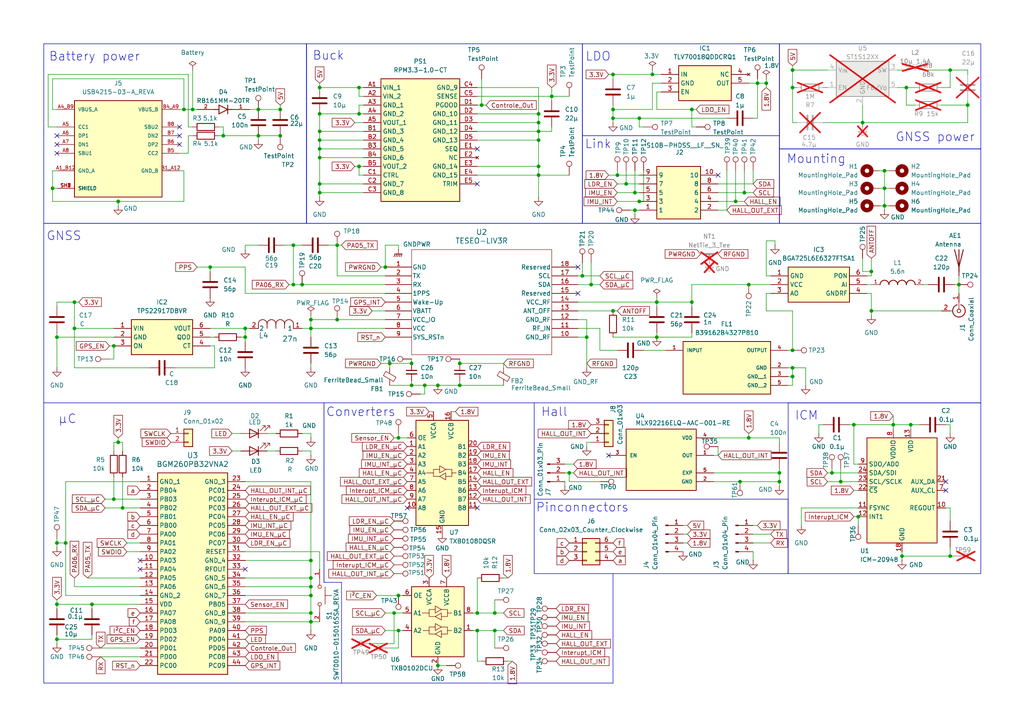
<source format=kicad_sch>
(kicad_sch (version 20250114) (generator "eeschema") (generator_version "9.0")
  (paper "A4")
  (title_block (title "IoT-Bike_central_console") (date "2025-10-11") (rev "1") (company "KULEUVEN") (comment 1 "Charlotte Bert en Niels Verhoeve"))
  (lib_symbols
    (symbol "0402CS-5N6XJRW:0402CS-5N6XJRW" (pin_names (offset 1.016))
      (property "Reference" "L" (at -7.62 5.08 0))
      (property "Value" "0402CS-5N6XJRW" (at -7.62 2.54 0))
      (symbol "0402CS-5N6XJRW_0_0"
        (pin passive line (at -7.62 0 0) (length 2.54) (name "~") (number "1"))
        (pin passive line (at 7.62 0 180) (length 2.54) (name "~") (number "2"))
      )
    )
    (symbol "B39162B4327P810:B39162B4327P810" (pin_names (offset 1.016))
      (property "Reference" "FL" (at -12.7 5.588 0))
      (property "Value" "B39162B4327P810" (at -12.7 -12.7 0))
      (symbol "B39162B4327P810_0_0"
        (pin input line (at -17.78 2.54 0) (length 5.08) (name "INPUT") (number "1"))
        (pin output line (at 17.78 2.54 180) (length 5.08) (name "OUTPUT") (number "4"))
        (pin power_in line (at 17.78 -2.54 180) (length 5.08) (name "GND") (number "2"))
        (pin power_in line (at 17.78 -5.08 180) (length 5.08) (name "GND__1") (number "3"))
        (pin power_in line (at 17.78 -7.62 180) (length 5.08) (name "GND__2") (number "5"))
      )
    )
    (symbol "BGA725L6:BGA725L6E6327FTSA1"
      (property "Reference" "IC" (at 24.13 7.62 0))
      (property "Value" "BGA725L6E6327FTSA1" (at 24.13 5.08 0))
      (symbol "BGA725L6E6327FTSA1_1_1"
        (pin passive line (at 0 0 0) (length 5.08) (name "GND") (number "1"))
        (pin passive line (at 0 -2.54 0) (length 5.08) (name "VCC") (number "2"))
        (pin passive line (at 0 -5.08 0) (length 5.08) (name "AO") (number "3"))
        (pin passive line (at 27.94 0 180) (length 5.08) (name "PON") (number "6"))
        (pin passive line (at 27.94 -2.54 180) (length 5.08) (name "AI") (number "5"))
        (pin passive line (at 27.94 -5.08 180) (length 5.08) (name "GNDRF") (number "4"))
      )
    )
    (symbol "BGM260PB32VNA2:BGM260PB32VNA2"
      (property "Reference" "IC" (at 26.67 7.62 0))
      (property "Value" "BGM260PB32VNA2" (at 26.67 5.08 0))
      (symbol "BGM260PB32VNA2_1_1"
        (pin passive line (at 0 0 0) (length 5.08) (name "GND_1") (number "1"))
        (pin passive line (at 0 -2.54 0) (length 5.08) (name "PB04") (number "2"))
        (pin passive line (at 0 -5.08 0) (length 5.08) (name "PB03") (number "3"))
        (pin passive line (at 0 -7.62 0) (length 5.08) (name "PB02") (number "4"))
        (pin passive line (at 0 -10.16 0) (length 5.08) (name "PB01") (number "5"))
        (pin passive line (at 0 -12.7 0) (length 5.08) (name "PB00") (number "6"))
        (pin passive line (at 0 -15.24 0) (length 5.08) (name "PA00") (number "7"))
        (pin passive line (at 0 -17.78 0) (length 5.08) (name "PA01") (number "8"))
        (pin passive line (at 0 -20.32 0) (length 5.08) (name "PA02") (number "9"))
        (pin passive line (at 0 -22.86 0) (length 5.08) (name "PA03") (number "10"))
        (pin passive line (at 0 -25.4 0) (length 5.08) (name "PA04") (number "11"))
        (pin passive line (at 0 -27.94 0) (length 5.08) (name "PA05") (number "12"))
        (pin passive line (at 0 -30.48 0) (length 5.08) (name "PA06") (number "13"))
        (pin passive line (at 0 -33.02 0) (length 5.08) (name "GND_2") (number "14"))
        (pin passive line (at 0 -35.56 0) (length 5.08) (name "VDD") (number "15"))
        (pin passive line (at 0 -38.1 0) (length 5.08) (name "PA07") (number "16"))
        (pin passive line (at 0 -40.64 0) (length 5.08) (name "PA08") (number "17"))
        (pin passive line (at 0 -43.18 0) (length 5.08) (name "PD03") (number "18"))
        (pin passive line (at 0 -45.72 0) (length 5.08) (name "PD02") (number "19"))
        (pin passive line (at 0 -48.26 0) (length 5.08) (name "PD01") (number "20"))
        (pin passive line (at 0 -50.8 0) (length 5.08) (name "PD00") (number "21"))
        (pin passive line (at 0 -53.34 0) (length 5.08) (name "PC00") (number "22"))
        (pin passive line (at 30.48 0 180) (length 5.08) (name "GND_3") (number "23"))
        (pin passive line (at 30.48 -2.54 180) (length 5.08) (name "PC01") (number "24"))
        (pin passive line (at 30.48 -5.08 180) (length 5.08) (name "PC02") (number "25"))
        (pin passive line (at 30.48 -7.62 180) (length 5.08) (name "PC03") (number "26"))
        (pin passive line (at 30.48 -10.16 180) (length 5.08) (name "PC04") (number "27"))
        (pin passive line (at 30.48 -12.7 180) (length 5.08) (name "PC05") (number "28"))
        (pin passive line (at 30.48 -15.24 180) (length 5.08) (name "PC06") (number "29"))
        (pin passive line (at 30.48 -17.78 180) (length 5.08) (name "PC07") (number "30"))
        (pin passive line (at 30.48 -20.32 180) (length 5.08) (name "RESET") (number "31"))
        (pin passive line (at 30.48 -22.86 180) (length 5.08) (name "GND_4") (number "32"))
        (pin passive line (at 30.48 -25.4 180) (length 5.08) (name "RFOUT") (number "33"))
        (pin passive line (at 30.48 -27.94 180) (length 5.08) (name "GND_5") (number "34"))
        (pin passive line (at 30.48 -30.48 180) (length 5.08) (name "GND_6") (number "35"))
        (pin passive line (at 30.48 -33.02 180) (length 5.08) (name "GND_7") (number "36"))
        (pin passive line (at 30.48 -35.56 180) (length 5.08) (name "PB05") (number "37"))
        (pin passive line (at 30.48 -38.1 180) (length 5.08) (name "GND_8") (number "38"))
        (pin passive line (at 30.48 -40.64 180) (length 5.08) (name "GND_9") (number "39"))
        (pin passive line (at 30.48 -43.18 180) (length 5.08) (name "PA09") (number "40"))
        (pin passive line (at 30.48 -45.72 180) (length 5.08) (name "PD04") (number "41"))
        (pin passive line (at 30.48 -48.26 180) (length 5.08) (name "PD05") (number "42"))
        (pin passive line (at 30.48 -50.8 180) (length 5.08) (name "PC08") (number "43"))
        (pin passive line (at 30.48 -53.34 180) (length 5.08) (name "PC09") (number "44"))
      )
    )
    (symbol "Connector:Conn_01x03_Pin" (pin_names (offset 1.016) (hide yes))
      (property "Reference" "J" (at 0 5.08 0))
      (property "Value" "Conn_01x03_Pin" (at 0 -5.08 0))
      (symbol "Conn_01x03_Pin_1_1"
        (pin passive line (at 5.08 2.54 180) (length 3.81) (name "Pin_1") (number "1"))
        (pin passive line (at 5.08 0 180) (length 3.81) (name "Pin_2") (number "2"))
        (pin passive line (at 5.08 -2.54 180) (length 3.81) (name "Pin_3") (number "3"))
      )
    )
    (symbol "Connector:Conn_01x04_Pin" (pin_names (offset 1.016) (hide yes))
      (property "Reference" "J" (at 0 5.08 0))
      (property "Value" "Conn_01x04_Pin" (at 0 -7.62 0))
      (symbol "Conn_01x04_Pin_1_1"
        (pin passive line (at 5.08 2.54 180) (length 3.81) (name "Pin_1") (number "1"))
        (pin passive line (at 5.08 0 180) (length 3.81) (name "Pin_2") (number "2"))
        (pin passive line (at 5.08 -2.54 180) (length 3.81) (name "Pin_3") (number "3"))
        (pin passive line (at 5.08 -5.08 180) (length 3.81) (name "Pin_4") (number "4"))
      )
    )
    (symbol "Connector:Conn_Coaxial" (pin_names (offset 1.016) (hide yes))
      (property "Reference" "J" (at 0.254 3.048 0))
      (property "Value" "Conn_Coaxial" (at 2.921 0 90))
      (symbol "Conn_Coaxial_1_1"
        (pin passive line (at -5.08 0 0) (length 2.54) (name "In") (number "1"))
        (pin passive line (at 0 -5.08 90) (length 2.54) (name "Ext") (number "2"))
      )
    )
    (symbol "Connector:TestPoint" (pin_numbers (hide yes)) (pin_names (offset 0.762) (hide yes))
      (property "Reference" "TP" (at 0 6.858 0))
      (property "Value" "TestPoint" (at 0 5.08 0))
      (symbol "TestPoint_1_1"
        (pin passive line (at 0 0 90) (length 2.54) (name "1") (number "1"))
      )
    )
    (symbol "Connector_Generic:Conn_01x02" (pin_names (offset 1.016) (hide yes))
      (property "Reference" "J" (at 0 2.54 0))
      (property "Value" "Conn_01x02" (at 0 -5.08 0))
      (symbol "Conn_01x02_1_1"
        (pin passive line (at -5.08 0 0) (length 3.81) (name "Pin_1") (number "1"))
        (pin passive line (at -5.08 -2.54 0) (length 3.81) (name "Pin_2") (number "2"))
      )
    )
    (symbol "Connector_Generic:Conn_01x03" (pin_names (offset 1.016) (hide yes))
      (property "Reference" "J" (at 0 5.08 0))
      (property "Value" "Conn_01x03" (at 0 -5.08 0))
      (symbol "Conn_01x03_1_1"
        (pin passive line (at -5.08 2.54 0) (length 3.81) (name "Pin_1") (number "1"))
        (pin passive line (at -5.08 0 0) (length 3.81) (name "Pin_2") (number "2"))
        (pin passive line (at -5.08 -2.54 0) (length 3.81) (name "Pin_3") (number "3"))
      )
    )
    (symbol "Connector_Generic:Conn_02x03_Counter_Clockwise" (pin_names (offset 1.016) (hide yes))
      (property "Reference" "J" (at 1.27 5.08 0))
      (property "Value" "Conn_02x03_Counter_Clockwise" (at 1.27 -5.08 0))
      (symbol "Conn_02x03_Counter_Clockwise_1_1"
        (pin passive line (at -5.08 2.54 0) (length 3.81) (name "Pin_1") (number "1"))
        (pin passive line (at -5.08 0 0) (length 3.81) (name "Pin_2") (number "2"))
        (pin passive line (at -5.08 -2.54 0) (length 3.81) (name "Pin_3") (number "3"))
        (pin passive line (at 7.62 2.54 180) (length 3.81) (name "Pin_6") (number "6"))
        (pin passive line (at 7.62 0 180) (length 3.81) (name "Pin_5") (number "5"))
        (pin passive line (at 7.62 -2.54 180) (length 3.81) (name "Pin_4") (number "4"))
      )
    )
    (symbol "Device:Antenna" (pin_numbers (hide yes)) (pin_names (offset 1.016) (hide yes))
      (property "Reference" "AE" (at -1.905 1.905 0))
      (property "Value" "Antenna" (at -1.905 0 0))
      (symbol "Antenna_1_1"
        (pin input line (at 0 -5.08 90) (length 2.54) (name "A") (number "1"))
      )
    )
    (symbol "Device:C" (pin_numbers (hide yes)) (pin_names (offset 0.254))
      (property "Reference" "C" (at 0.635 2.54 0))
      (property "Value" "C" (at 0.635 -2.54 0))
      (symbol "C_1_1"
        (pin passive line (at 0 3.81 270) (length 2.794) (name "~") (number "1"))
        (pin passive line (at 0 -3.81 90) (length 2.794) (name "~") (number "2"))
      )
    )
    (symbol "Device:C_Small" (pin_numbers (hide yes)) (pin_names (offset 0.254) (hide yes))
      (property "Reference" "C" (at 0.254 1.778 0))
      (property "Value" "C_Small" (at 0.254 -2.032 0))
      (symbol "C_Small_1_1"
        (pin passive line (at 0 2.54 270) (length 2.032) (name "~") (number "1"))
        (pin passive line (at 0 -2.54 90) (length 2.032) (name "~") (number "2"))
      )
    )
    (symbol "Device:FerriteBead_Small" (pin_numbers (hide yes)) (pin_names (offset 0))
      (property "Reference" "FB" (at 1.905 1.27 0))
      (property "Value" "FerriteBead_Small" (at 1.905 -1.27 0))
      (symbol "FerriteBead_Small_1_1"
        (pin passive line (at 0 2.54 270) (length 1.27) (name "~") (number "1"))
        (pin passive line (at 0 -2.54 90) (length 1.27) (name "~") (number "2"))
      )
    )
    (symbol "Device:LED" (pin_numbers (hide yes)) (pin_names (offset 1.016) (hide yes))
      (property "Reference" "D" (at 0 2.54 0))
      (property "Value" "LED" (at 0 -2.54 0))
      (symbol "LED_1_1"
        (pin passive line (at -3.81 0 0) (length 2.54) (name "K") (number "1"))
        (pin passive line (at 3.81 0 180) (length 2.54) (name "A") (number "2"))
      )
    )
    (symbol "Device:L_Ferrite" (pin_numbers (hide yes)) (pin_names (offset 1.016) (hide yes))
      (property "Reference" "L" (at -1.27 0 90))
      (property "Value" "L_Ferrite" (at 2.794 0 90))
      (symbol "L_Ferrite_1_1"
        (pin passive line (at 0 3.81 270) (length 1.27) (name "1") (number "1"))
        (pin passive line (at 0 -3.81 90) (length 1.27) (name "2") (number "2"))
      )
    )
    (symbol "Device:NetTie_3_Tee" (pin_numbers (hide yes)) (pin_names (offset 0) (hide yes)) (in_bom no)
      (property "Reference" "NT" (at 0 3.175 0))
      (property "Value" "NetTie_3_Tee" (at 0 1.27 0))
      (symbol "NetTie_3_Tee_1_1"
        (pin passive line (at -2.54 0 0) (length 2.54) (name "1") (number "1"))
        (pin passive line (at 0 -2.54 90) (length 2.54) (name "3") (number "3"))
        (pin passive line (at 2.54 0 180) (length 2.54) (name "2") (number "2"))
      )
    )
    (symbol "Device:R" (pin_numbers (hide yes)) (pin_names (offset 0))
      (property "Reference" "R" (at 2.032 0 90))
      (property "Value" "R" (at 0 0 90))
      (symbol "R_1_1"
        (pin passive line (at 0 3.81 270) (length 1.27) (name "~") (number "1"))
        (pin passive line (at 0 -3.81 90) (length 1.27) (name "~") (number "2"))
      )
    )
    (symbol "LIB_RPM3.3-1.0-CT:RPM3.3-1.0-CT"
      (property "Reference" "PS" (at 29.21 7.62 0))
      (property "Value" "RPM3.3-1.0-CT" (at 29.21 5.08 0))
      (symbol "RPM3.3-1.0-CT_1_1"
        (pin passive line (at 0 0 0) (length 5.08) (name "VIN_1") (number "A1"))
        (pin passive line (at 0 -2.54 0) (length 5.08) (name "VIN_2") (number "A2"))
        (pin passive line (at 0 -5.08 0) (length 5.08) (name "GND_1") (number "A3"))
        (pin passive line (at 0 -7.62 0) (length 5.08) (name "GND_2") (number "A4"))
        (pin passive line (at 0 -10.16 0) (length 5.08) (name "VOUT_1") (number "A5"))
        (pin passive line (at 0 -12.7 0) (length 5.08) (name "GND_3") (number "B1"))
        (pin passive line (at 0 -15.24 0) (length 5.08) (name "GND_4") (number "B2"))
        (pin passive line (at 0 -17.78 0) (length 5.08) (name "GND_5") (number "B3"))
        (pin passive line (at 0 -20.32 0) (length 5.08) (name "GND_6") (number "B4"))
        (pin passive line (at 0 -22.86 0) (length 5.08) (name "VOUT_2") (number "B5"))
        (pin passive line (at 0 -25.4 0) (length 5.08) (name "CTRL") (number "C1"))
        (pin passive line (at 0 -27.94 0) (length 5.08) (name "GND_7") (number "C2"))
        (pin passive line (at 0 -30.48 0) (length 5.08) (name "GND_8") (number "C3"))
        (pin passive line (at 33.02 0 180) (length 5.08) (name "GND_9") (number "C4"))
        (pin passive line (at 33.02 -2.54 180) (length 5.08) (name "SENSE") (number "C5"))
        (pin passive line (at 33.02 -5.08 180) (length 5.08) (name "PGOOD") (number "D1"))
        (pin passive line (at 33.02 -7.62 180) (length 5.08) (name "GND_10") (number "D2"))
        (pin passive line (at 33.02 -10.16 180) (length 5.08) (name "GND_11") (number "D3"))
        (pin passive line (at 33.02 -12.7 180) (length 5.08) (name "GND_12") (number "D4"))
        (pin passive line (at 33.02 -15.24 180) (length 5.08) (name "GND_13") (number "D5"))
        (pin passive line (at 33.02 -17.78 180) (length 5.08) (name "SEQ") (number "E1"))
        (pin no_connect line (at 33.02 -20.32 180) (length 5.08) (name "NC") (number "E2"))
        (pin passive line (at 33.02 -22.86 180) (length 5.08) (name "GND_14") (number "E3"))
        (pin passive line (at 33.02 -25.4 180) (length 5.08) (name "GND_15") (number "E4"))
        (pin passive line (at 33.02 -27.94 180) (length 5.08) (name "TRIM") (number "E5"))
      )
    )
    (symbol "Logic_LevelTranslator:TXB0102DCU"
      (property "Reference" "U" (at -6.35 11.43 0))
      (property "Value" "TXB0102DCU" (at 3.81 11.43 0))
      (symbol "TXB0102DCU_1_1"
        (pin input line (at -10.16 7.62 0) (length 2.54) (name "OE") (number "6"))
        (pin bidirectional line (at -10.16 2.54 0) (length 2.54) (name "A1") (number "5"))
        (pin bidirectional line (at -10.16 -2.54 0) (length 2.54) (name "A2") (number "4"))
        (pin power_in line (at -2.54 12.7 270) (length 2.54) (name "VCCA") (number "3"))
        (pin power_in line (at 0 -12.7 90) (length 2.54) (name "GND") (number "2"))
        (pin power_in line (at 2.54 12.7 270) (length 2.54) (name "VCCB") (number "7"))
        (pin bidirectional line (at 10.16 2.54 180) (length 2.54) (name "B1") (number "8"))
        (pin bidirectional line (at 10.16 -2.54 180) (length 2.54) (name "B2") (number "1"))
      )
    )
    (symbol "Logic_LevelTranslator:TXB0108DQSR"
      (property "Reference" "U" (at -6.35 16.51 0))
      (property "Value" "TXB0108DQSR" (at 3.81 16.51 0))
      (symbol "TXB0108DQSR_1_1"
        (pin input line (at -10.16 10.16 0) (length 2.54) (name "OE") (number "6"))
        (pin bidirectional line (at -10.16 7.62 0) (length 2.54) (name "A1") (number "1"))
        (pin bidirectional line (at -10.16 5.08 0) (length 2.54) (name "A2") (number "2"))
        (pin bidirectional line (at -10.16 2.54 0) (length 2.54) (name "A3") (number "3"))
        (pin bidirectional line (at -10.16 0 0) (length 2.54) (name "A4") (number "4"))
        (pin bidirectional line (at -10.16 -2.54 0) (length 2.54) (name "A5") (number "7"))
        (pin bidirectional line (at -10.16 -5.08 0) (length 2.54) (name "A6") (number "8"))
        (pin bidirectional line (at -10.16 -7.62 0) (length 2.54) (name "A7") (number "9"))
        (pin bidirectional line (at -10.16 -10.16 0) (length 2.54) (name "A8") (number "10"))
        (pin power_in line (at -2.54 17.78 270) (length 2.54) (name "VCCA") (number "5"))
        (pin power_in line (at 0 -17.78 90) (length 2.54) (name "GND") (number "15"))
        (pin power_in line (at 2.54 17.78 270) (length 2.54) (name "VCCB") (number "16"))
        (pin bidirectional line (at 10.16 7.62 180) (length 2.54) (name "B1") (number "20"))
        (pin bidirectional line (at 10.16 5.08 180) (length 2.54) (name "B2") (number "19"))
        (pin bidirectional line (at 10.16 2.54 180) (length 2.54) (name "B3") (number "18"))
        (pin bidirectional line (at 10.16 0 180) (length 2.54) (name "B4") (number "17"))
        (pin bidirectional line (at 10.16 -2.54 180) (length 2.54) (name "B5") (number "14"))
        (pin bidirectional line (at 10.16 -5.08 180) (length 2.54) (name "B6") (number "13"))
        (pin bidirectional line (at 10.16 -7.62 180) (length 2.54) (name "B7") (number "12"))
        (pin bidirectional line (at 10.16 -10.16 180) (length 2.54) (name "B8") (number "11"))
      )
    )
    (symbol "MLX92216ELQ-AAC-001-RE:MLX92216ELQ-AAC-001-RE" (pin_names (offset 1.016))
      (property "Reference" "U" (at -10.16 10.16 0))
      (property "Value" "MLX92216ELQ-AAC-001-RE" (at -10.16 -12.7 0))
      (symbol "MLX92216ELQ-AAC-001-RE_0_0"
        (pin input line (at -15.24 0 0) (length 5.08) (name "EN") (number "3"))
        (pin power_in line (at 15.24 5.08 180) (length 5.08) (name "VDD") (number "4"))
        (pin output line (at 15.24 0 180) (length 5.08) (name "OUT") (number "1"))
        (pin passive line (at 15.24 -5.08 180) (length 5.08) (name "EXP") (number "5"))
        (pin power_in line (at 15.24 -7.62 180) (length 5.08) (name "GND") (number "2"))
      )
    )
    (symbol "Mechanical:MountingHole_Pad" (pin_numbers (hide yes)) (pin_names (offset 1.016) (hide yes)) (in_bom no)
      (property "Reference" "H" (at 0 6.35 0))
      (property "Value" "MountingHole_Pad" (at 0 4.445 0))
      (symbol "MountingHole_Pad_1_1"
        (pin input line (at 0 -2.54 90) (length 2.54) (name "1") (number "1"))
      )
    )
    (symbol "RB161MM20TR:RB161MM-20TR" (pin_names (offset 1.016))
      (property "Reference" "D" (at -3.8109 2.5406 0))
      (property "Value" "RB161MM-20TR" (at -3.8172 -5.0896 0))
      (symbol "RB161MM-20TR_0_0"
        (pin passive line (at -7.62 0 0) (length 5.08) (name "~") (number "2"))
        (pin passive line (at 7.62 0 180) (length 5.08) (name "~") (number "1"))
      )
    )
    (symbol "Regulator_Switching:ST1S12XX"
      (property "Reference" "U" (at -7.62 6.35 0))
      (property "Value" "ST1S12XX" (at 6.35 -6.35 0))
      (symbol "ST1S12XX_1_1"
        (pin input line (at -10.16 2.54 0) (length 2.54) (name "V_{IN}") (number "4"))
        (pin input line (at -10.16 -2.54 0) (length 2.54) (name "EN") (number "1"))
        (pin power_in line (at 0 -7.62 90) (length 2.54) (name "GND") (number "2"))
        (pin output line (at 10.16 2.54 180) (length 2.54) (name "SW") (number "3"))
        (pin input line (at 10.16 -2.54 180) (length 2.54) (name "FB/V_{O}") (number "5"))
      )
    )
    (symbol "S10B-PHDSS__LF__SN_:S10B-PHDSS__LF__SN_"
      (property "Reference" "J" (at 19.05 7.62 0))
      (property "Value" "S10B-PHDSS__LF__SN_" (at 19.05 5.08 0))
      (symbol "S10B-PHDSS__LF__SN__1_1"
        (pin passive line (at 0 0 0) (length 5.08) (name "9") (number "9"))
        (pin passive line (at 0 -2.54 0) (length 5.08) (name "7") (number "7"))
        (pin passive line (at 0 -5.08 0) (length 5.08) (name "5") (number "5"))
        (pin passive line (at 0 -7.62 0) (length 5.08) (name "3") (number "3"))
        (pin passive line (at 0 -10.16 0) (length 5.08) (name "1") (number "1"))
        (pin passive line (at 22.86 0 180) (length 5.08) (name "10") (number "10"))
        (pin passive line (at 22.86 -2.54 180) (length 5.08) (name "8") (number "8"))
        (pin passive line (at 22.86 -5.08 180) (length 5.08) (name "6") (number "6"))
        (pin passive line (at 22.86 -7.62 180) (length 5.08) (name "4") (number "4"))
        (pin passive line (at 22.86 -10.16 180) (length 5.08) (name "2") (number "2"))
      )
    )
    (symbol "SWT0010015016SSA:SWT0010-015016SSA_REVA" (pin_names (offset 1.016))
      (property "Reference" "S" (at -7.62 5.08 0))
      (property "Value" "SWT0010-015016SSA_REVA" (at -7.62 -5.08 0))
      (symbol "SWT0010-015016SSA_REVA_0_0"
        (pin passive line (at -7.62 0 0) (length 2.54) (name "~") (number "1"))
        (pin passive line (at 7.62 0 180) (length 2.54) (name "~") (number "2"))
      )
    )
    (symbol "Sensor_Motion:ICM-20948"
      (property "Reference" "U" (at -11.43 16.51 0))
      (property "Value" "ICM-20948" (at 7.62 -16.51 0))
      (symbol "ICM-20948_1_1"
        (pin bidirectional line (at -12.7 7.62 0) (length 2.54) (name "SDO/AD0") (number "9"))
        (pin bidirectional line (at -12.7 5.08 0) (length 2.54) (name "SDA/SDI") (number "24"))
        (pin input line (at -12.7 2.54 0) (length 2.54) (name "SCL/SCLK") (number "23"))
        (pin input line (at -12.7 0 0) (length 2.54) (name "~{CS}") (number "22"))
        (pin input line (at -12.7 -5.08 0) (length 2.54) (name "FSYNC") (number "11"))
        (pin output line (at -12.7 -7.62 0) (length 2.54) (name "INT1") (number "12"))
        (pin no_connect line (at -10.16 12.7 0) (length 2.54) (hide yes) (name "NC") (number "1"))
        (pin no_connect line (at -10.16 10.16 0) (length 2.54) (hide yes) (name "NC") (number "2"))
        (pin no_connect line (at -10.16 -2.54 0) (length 2.54) (hide yes) (name "NC") (number "3"))
        (pin no_connect line (at -10.16 -10.16 0) (length 2.54) (hide yes) (name "NC") (number "4"))
        (pin no_connect line (at -10.16 -12.7 0) (length 2.54) (hide yes) (name "NC") (number "5"))
        (pin power_in line (at -2.54 17.78 270) (length 2.54) (name "VDDIO") (number "8"))
        (pin power_in line (at 0 -17.78 90) (length 2.54) (name "GND") (number "18"))
        (pin passive line (at 0 -17.78 90) (length 2.54) (hide yes) (name "GND") (number "20"))
        (pin power_in line (at 2.54 17.78 270) (length 2.54) (name "VDD") (number "13"))
        (pin no_connect line (at 10.16 10.16 180) (length 2.54) (hide yes) (name "NC") (number "6"))
        (pin no_connect line (at 10.16 7.62 180) (length 2.54) (hide yes) (name "NC") (number "14"))
        (pin no_connect line (at 10.16 5.08 180) (length 2.54) (hide yes) (name "NC") (number "15"))
        (pin no_connect line (at 10.16 -7.62 180) (length 2.54) (hide yes) (name "NC") (number "16"))
        (pin no_connect line (at 10.16 -10.16 180) (length 2.54) (hide yes) (name "NC") (number "17"))
        (pin no_connect line (at 10.16 -12.7 180) (length 2.54) (hide yes) (name "RESV") (number "19"))
        (pin bidirectional line (at 12.7 2.54 180) (length 2.54) (name "AUX_DA") (number "21"))
        (pin output line (at 12.7 0 180) (length 2.54) (name "AUX_CL") (number "7"))
        (pin passive line (at 12.7 -5.08 180) (length 2.54) (name "REGOUT") (number "10"))
      )
    )
    (symbol "TESEO-LIV3R:TESEO-LIV3R" (pin_names (offset 0.254))
      (property "Reference" "U" (at 27.94 10.16 0))
      (property "Value" "TESEO-LIV3R" (at 27.94 7.62 0))
      (symbol "TESEO-LIV3R_0_1"
        (pin power_out line (at 0 0 0) (length 7.62) (name "GND") (number "1"))
        (pin unspecified line (at 0 -2.54 0) (length 7.62) (name "TX") (number "2"))
        (pin unspecified line (at 0 -5.08 0) (length 7.62) (name "RX") (number "3"))
        (pin unspecified line (at 0 -7.62 0) (length 7.62) (name "1PPS") (number "4"))
        (pin unspecified line (at 0 -10.16 0) (length 7.62) (name "Wake-Up") (number "5"))
        (pin unspecified line (at 0 -12.7 0) (length 7.62) (name "VBATT") (number "6"))
        (pin power_in line (at 0 -15.24 0) (length 7.62) (name "VCC_IO") (number "7"))
        (pin power_in line (at 0 -17.78 0) (length 7.62) (name "VCC") (number "8"))
        (pin unspecified line (at 0 -20.32 0) (length 7.62) (name "SYS_RSTn") (number "9"))
        (pin unspecified line (at 55.88 0 180) (length 7.62) (name "Reserved") (number "18"))
        (pin unspecified line (at 55.88 -2.54 180) (length 7.62) (name "SCL") (number "17"))
        (pin unspecified line (at 55.88 -5.08 180) (length 7.62) (name "SDA") (number "16"))
        (pin unspecified line (at 55.88 -7.62 180) (length 7.62) (name "Reserved") (number "15"))
        (pin power_in line (at 55.88 -10.16 180) (length 7.62) (name "VCC_RF") (number "14"))
        (pin unspecified line (at 55.88 -12.7 180) (length 7.62) (name "ANT_OFF") (number "13"))
        (pin power_out line (at 55.88 -15.24 180) (length 7.62) (name "GND_RF") (number "12"))
        (pin unspecified line (at 55.88 -17.78 180) (length 7.62) (name "RF_IN") (number "11"))
        (pin power_out line (at 55.88 -20.32 180) (length 7.62) (name "GND_RF") (number "10"))
      )
    )
    (symbol "TLV70018QDDCRQ1:TLV70018QDDCRQ1"
      (property "Reference" "IC" (at 21.59 7.62 0))
      (property "Value" "TLV70018QDDCRQ1" (at 21.59 5.08 0))
      (symbol "TLV70018QDDCRQ1_1_1"
        (pin passive line (at 0 0 0) (length 5.08) (name "IN") (number "1"))
        (pin passive line (at 0 -2.54 0) (length 5.08) (name "GND") (number "2"))
        (pin passive line (at 0 -5.08 0) (length 5.08) (name "EN") (number "3"))
        (pin no_connect line (at 25.4 0 180) (length 5.08) (name "NC") (number "4"))
        (pin passive line (at 25.4 -2.54 180) (length 5.08) (name "OUT") (number "5"))
      )
    )
    (symbol "TPS22917DBVR:TPS22917DBVR"
      (property "Reference" "IC" (at 24.13 7.62 0))
      (property "Value" "TPS22917DBVR" (at 24.13 5.08 0))
      (symbol "TPS22917DBVR_1_1"
        (pin power_in line (at 0 0 0) (length 5.08) (name "VIN") (number "1"))
        (pin power_in line (at 0 -2.54 0) (length 5.08) (name "GND") (number "2"))
        (pin input line (at 0 -5.08 0) (length 5.08) (name "ON") (number "3"))
        (pin output line (at 27.94 0 180) (length 5.08) (name "VOUT") (number "6"))
        (pin output line (at 27.94 -2.54 180) (length 5.08) (name "QOD") (number "5"))
        (pin output line (at 27.94 -5.08 180) (length 5.08) (name "CT") (number "4"))
      )
    )
    (symbol "USB4215-03-A_REVA:USB4215-03-A_REVA" (pin_names (offset 1.016))
      (property "Reference" "J" (at -12.7 13.462 0))
      (property "Value" "USB4215-03-A_REVA" (at -12.7 -16.002 0))
      (symbol "USB4215-03-A_REVA_0_0"
        (pin power_in line (at -17.78 10.16 0) (length 5.08) (name "VBUS_A") (number "A4_B9"))
        (pin bidirectional line (at -17.78 5.08 0) (length 5.08) (name "CC1") (number "A5"))
        (pin bidirectional line (at -17.78 2.54 0) (length 5.08) (name "DP1") (number "A6"))
        (pin bidirectional line (at -17.78 0 0) (length 5.08) (name "DN1") (number "A7"))
        (pin bidirectional line (at -17.78 -2.54 0) (length 5.08) (name "SBU1") (number "A8"))
        (pin power_in line (at -17.78 -7.62 0) (length 5.08) (name "GND_A") (number "A1_B12"))
        (pin passive line (at -17.78 -12.7 0) (length 5.08) (name "SHIELD") (number "SH1"))
        (pin passive line (at -17.78 -12.7 0) (length 5.08) (name "SHIELD") (number "SH2"))
        (pin passive line (at -17.78 -12.7 0) (length 5.08) (name "SHIELD") (number "SH3"))
        (pin passive line (at -17.78 -12.7 0) (length 5.08) (name "SHIELD") (number "SH4"))
        (pin power_in line (at 17.78 10.16 180) (length 5.08) (name "VBUS_B") (number "B4_A9"))
        (pin bidirectional line (at 17.78 5.08 180) (length 5.08) (name "SBU2") (number "B8"))
        (pin bidirectional line (at 17.78 2.54 180) (length 5.08) (name "DN2") (number "B7"))
        (pin bidirectional line (at 17.78 0 180) (length 5.08) (name "DP2") (number "B6"))
        (pin bidirectional line (at 17.78 -2.54 180) (length 5.08) (name "CC2") (number "B5"))
        (pin power_in line (at 17.78 -7.62 180) (length 5.08) (name "GND_B") (number "B1_A12"))
      )
    )
    (symbol "power:GND" (power) (pin_numbers (hide yes)) (pin_names (offset 0) (hide yes))
      (property "Value" "GND" (at 0 -3.81 0))
      (symbol "GND_1_1"
        (pin power_in line (at 0 0 270) (length 0) (name "~") (number "1"))
      )
    )
    (symbol "power:GNDPWR" (power) (pin_numbers (hide yes)) (pin_names (offset 0) (hide yes))
      (property "Value" "GNDPWR" (at 0 -3.302 0))
      (symbol "GNDPWR_1_1"
        (pin power_in line (at 0 0 270) (length 0) (name "~") (number "1"))
      )
    )
    (symbol "power:PWR_FLAG" (power) (pin_numbers (hide yes)) (pin_names (offset 0) (hide yes))
      (property "Value" "PWR_FLAG" (at 0 3.81 0))
      (symbol "PWR_FLAG_0_0"
        (pin power_out line (at 0 0 90) (length 0) (name "~") (number "1"))
      )
    )
    (symbol "ul_LQG15HS27NJ02D:LQG15HS27NJ02D" (pin_names (offset 0.254))
      (property "Reference" "L" (at 6.985 5.08 0))
      (property "Value" "LQG15HS27NJ02D" (at 6.985 -2.54 0))
      (symbol "LQG15HS27NJ02D_1_1"
        (pin unspecified line (at 0 0 0) (length 2.54) (name "2") (number "2"))
        (pin unspecified line (at 15.24 0 180) (length 2.54) (name "1") (number "1"))
      )
      (symbol "LQG15HS27NJ02D_1_2"
        (pin unspecified line (at 0 15.24 270) (length 2.54) (name "1") (number "1"))
        (pin unspecified line (at 0 0 90) (length 2.54) (name "2") (number "2"))
      )
    )
  )
  (rectangle (start 99.06 198.12) (end 177.8 198.12))
  (rectangle (start 12.7 198.12) (end 99.06 198.12))
  (rectangle (start 226.06 43.18) (end 284.48 64.77))
  (rectangle (start 177.8 166.37) (end 177.8 198.12))
  (rectangle (start 12.7 116.84) (end 12.7 198.12))
  (rectangle (start 168.91 12.7) (end 226.06 39.37))
  (rectangle (start 93.9546 116.84) (end 93.98 168.91))
  (rectangle (start 93.98 168.91) (end 99.06 168.91))
  (rectangle (start 12.7 12.7) (end 88.9 64.77))
  (rectangle (start 168.91 39.37) (end 226.06 64.77))
  (rectangle (start 228.6 116.84) (end 284.48 166.37))
  (rectangle (start 154.94 144.78) (end 228.6 166.37))
  (rectangle (start 154.94 116.84) (end 154.94 144.78))
  (rectangle (start 88.9 12.7) (end 168.91 64.77))
  (rectangle (start 99.06 168.91) (end 99.06 198.12))
  (rectangle (start 226.06 12.7) (end 284.48 43.18))
  (rectangle (start 12.7 64.77) (end 284.48 116.84))
  (text "Battery power\n" (at 27.432 16.51 0) (effects (font (size 2.54 2.54))))
  (text "Link\n" (at 173.482 41.91 0) (effects (font (size 2.54 2.54))))
  (text "Converters\n" (at 104.648 119.634 0) (effects (font (size 2.54 2.54))))
  (text "ICM\n" (at 233.934 120.65 0) (effects (font (size 2.54 2.54))))
  (text "LDO\n" (at 173.482 16.51 0) (effects (font (size 2.54 2.54))))
  (text "Mounting\n" (at 236.728 46.228 0) (effects (font (size 2.54 2.54))))
  (text "Pinconnectors\n" (at 168.91 147.32 0) (effects (font (size 2.54 2.54))))
  (text "GNSS\n" (at 18.542 68.58 0) (effects (font (size 2.54 2.54))))
  (text "Buck" (at 95.25 16.256 0) (effects (font (size 2.54 2.54))))
  (text "µC\n" (at 19.558 121.666 0) (effects (font (size 2.54 2.54))))
  (text "GNSS power\n" (at 271.272 39.878 0) (effects (font (size 2.54 2.54))))
  (text "Hall" (at 160.782 119.634 0) (effects (font (size 2.54 2.54))))
  (junction (at 200.66 87.63))
  (junction (at 119.38 105.41))
  (junction (at 90.17 95.25))
  (junction (at 16.51 175.26))
  (junction (at 90.17 92.71))
  (junction (at 247.65 123.19))
  (junction (at 185.42 34.29))
  (junction (at 181.61 53.34))
  (junction (at 119.38 111.76))
  (junction (at 264.16 123.19))
  (junction (at 177.8 90.17))
  (junction (at 90.17 177.8))
  (junction (at 156.21 48.26))
  (junction (at 90.17 180.34))
  (junction (at 127 193.04))
  (junction (at 156.21 38.1))
  (junction (at 185.42 58.42))
  (junction (at 229.87 20.32))
  (junction (at 113.03 105.41))
  (junction (at 34.29 58.42))
  (junction (at 53.34 31.75))
  (junction (at 241.3 137.16))
  (junction (at 92.71 38.1))
  (junction (at 133.35 105.41))
  (junction (at 55.88 31.75))
  (junction (at 177.8 34.29))
  (junction (at 261.62 161.29))
  (junction (at 229.87 101.6))
  (junction (at 114.3 177.8))
  (junction (at 115.57 182.88))
  (junction (at 111.76 77.47))
  (junction (at 259.08 123.19))
  (junction (at 171.45 82.55))
  (junction (at 226.06 137.16))
  (junction (at 250.19 35.56))
  (junction (at 222.25 24.13))
  (junction (at 170.18 97.79))
  (junction (at 156.21 33.02))
  (junction (at 165.1 137.16))
  (junction (at 252.73 78.74))
  (junction (at 229.87 109.22))
  (junction (at 184.15 55.88))
  (junction (at 217.17 127))
  (junction (at 190.5 97.79))
  (junction (at 92.71 45.72))
  (junction (at 219.71 24.13))
  (junction (at 85.09 71.12))
  (junction (at 138.43 177.8))
  (junction (at 262.89 25.4))
  (junction (at 92.71 33.02))
  (junction (at 229.87 25.4))
  (junction (at 90.17 172.72))
  (junction (at 215.9 55.88))
  (junction (at 214.63 139.7))
  (junction (at 90.17 162.56))
  (junction (at 92.71 55.88))
  (junction (at 81.28 31.75))
  (junction (at 90.17 170.18))
  (junction (at 156.21 35.56))
  (junction (at 81.28 39.37))
  (junction (at 21.59 95.25))
  (junction (at 74.93 39.37))
  (junction (at 26.67 175.26))
  (junction (at 143.51 182.88))
  (junction (at 92.71 25.4))
  (junction (at 87.63 82.55))
  (junction (at 133.35 111.76))
  (junction (at 15.24 54.61))
  (junction (at 179.07 50.8))
  (junction (at 275.59 161.29))
  (junction (at 92.71 53.34))
  (junction (at 127 111.76))
  (junction (at 256.54 49.53))
  (junction (at 160.02 27.94))
  (junction (at 90.17 167.64))
  (junction (at 123.19 111.76))
  (junction (at 143.51 177.8))
  (junction (at 213.36 58.42))
  (junction (at 104.14 25.4))
  (junction (at 16.51 97.79))
  (junction (at 71.12 95.25))
  (junction (at 229.87 106.68))
  (junction (at 248.92 149.86))
  (junction (at 21.59 87.63))
  (junction (at 184.15 60.96))
  (junction (at 71.12 97.79))
  (junction (at 115.57 127))
  (junction (at 280.67 30.48))
  (junction (at 138.43 182.88))
  (junction (at 156.21 50.8))
  (junction (at 226.06 139.7))
  (junction (at 275.59 20.32))
  (junction (at 189.23 21.59))
  (junction (at 217.17 82.55))
  (junction (at 252.73 90.17))
  (junction (at 19.05 157.48))
  (junction (at 92.71 43.18))
  (junction (at 64.77 39.37))
  (junction (at 278.13 82.55))
  (junction (at 74.93 31.75))
  (junction (at 256.54 59.69))
  (junction (at 85.09 82.55))
  (junction (at 177.8 21.59))
  (junction (at 34.29 128.27))
  (junction (at 33.02 144.78))
  (junction (at 60.96 77.47))
  (junction (at 33.02 100.33))
  (junction (at 104.14 33.02))
  (junction (at 97.79 71.12))
  (junction (at 168.91 80.01))
  (junction (at 35.56 147.32))
  (junction (at 177.8 31.75))
  (junction (at 16.51 157.48))
  (junction (at 256.54 54.61))
  (junction (at 200.66 31.75))
  (junction (at 243.84 139.7))
  (junction (at 92.71 40.64))
  (junction (at 156.21 40.64))
  (junction (at 104.14 48.26))
  (junction (at 190.5 87.63))
  (junction (at 139.7 30.48))
  (junction (at 97.79 92.71))
  (junction (at 115.57 172.72))
  (junction (at 16.51 185.42))
  (no_connect (at 16.51 44.45))
  (no_connect (at 138.43 147.32))
  (no_connect (at 40.64 162.56))
  (no_connect (at 208.28 50.8))
  (no_connect (at 176.53 132.08))
  (no_connect (at 52.07 39.37))
  (no_connect (at 118.11 147.32))
  (no_connect (at 138.43 53.34))
  (no_connect (at 16.51 39.37))
  (no_connect (at 167.64 85.09))
  (no_connect (at 52.07 36.83))
  (no_connect (at 167.64 77.47))
  (no_connect (at 71.12 165.1))
  (no_connect (at 274.32 142.24))
  (no_connect (at 16.51 41.91))
  (no_connect (at 40.64 165.1))
  (no_connect (at 52.07 41.91))
  (no_connect (at 138.43 43.18))
  (no_connect (at 274.32 139.7))
  (wire (pts (xy 208.28 55.88) (xy 215.9 55.88)))
  (wire (pts (xy 208.28 58.42) (xy 213.36 58.42)))
  (wire (pts (xy 262.89 30.48) (xy 265.43 30.48)))
  (wire (pts (xy 190.5 88.9) (xy 190.5 87.63)))
  (wire (pts (xy 185.42 58.42) (xy 186.69 58.42)))
  (wire (pts (xy 138.43 30.48) (xy 139.7 30.48)))
  (wire (pts (xy 226.06 137.16) (xy 226.06 139.7)))
  (wire (pts (xy 74.93 31.75) (xy 81.28 31.75)))
  (wire (pts (xy 190.5 86.36) (xy 190.5 87.63)))
  (wire (pts (xy 114.3 186.69) (xy 114.3 177.8)))
  (wire (pts (xy 218.44 157.48) (xy 223.52 157.48)))
  (wire (pts (xy 208.28 53.34) (xy 218.44 53.34)))
  (wire (pts (xy 229.87 35.56) (xy 231.14 35.56)))
  (wire (pts (xy 124.46 119.38) (xy 125.73 119.38)))
  (wire (pts (xy 275.59 161.29) (xy 276.86 161.29)))
  (wire (pts (xy 222.25 85.09) (xy 222.25 90.17)))
  (wire (pts (xy 199.39 157.48) (xy 198.12 157.48)))
  (wire (pts (xy 90.17 170.18) (xy 90.17 167.64)))
  (wire (pts (xy 71.12 162.56) (xy 90.17 162.56)))
  (wire (pts (xy 138.43 167.64) (xy 138.43 177.8)))
  (wire (pts (xy 252.73 90.17) (xy 252.73 91.44)))
  (wire (pts (xy 214.63 139.7) (xy 226.06 139.7)))
  (wire (pts (xy 123.19 111.76) (xy 127 111.76)))
  (wire (pts (xy 16.51 36.83) (xy 13.97 36.83)))
  (wire (pts (xy 248.92 149.86) (xy 248.92 152.4)))
  (wire (pts (xy 137.16 182.88) (xy 138.43 182.88)))
  (wire (pts (xy 156.21 40.64) (xy 156.21 48.26)))
  (wire (pts (xy 102.87 48.26) (xy 104.14 48.26)))
  (wire (pts (xy 228.6 106.68) (xy 229.87 106.68)))
  (wire (pts (xy 156.21 38.1) (xy 156.21 40.64)))
  (wire (pts (xy 60.96 97.79) (xy 62.23 97.79)))
  (wire (pts (xy 176.53 21.59) (xy 177.8 21.59)))
  (wire (pts (xy 16.51 156.21) (xy 16.51 157.48)))
  (wire (pts (xy 71.12 95.25) (xy 72.39 95.25)))
  (wire (pts (xy 259.08 123.19) (xy 259.08 124.46)))
  (wire (pts (xy 15.24 22.86) (xy 15.24 31.75)))
  (wire (pts (xy 52.07 31.75) (xy 53.34 31.75)))
  (wire (pts (xy 226.06 135.89) (xy 226.06 137.16)))
  (wire (pts (xy 215.9 55.88) (xy 218.44 55.88)))
  (wire (pts (xy 275.59 20.32) (xy 280.67 20.32)))
  (wire (pts (xy 33.02 144.78) (xy 40.64 144.78)))
  (wire (pts (xy 90.17 139.7) (xy 90.17 162.56)))
  (wire (pts (xy 240.03 137.16) (xy 241.3 137.16)))
  (wire (pts (xy 189.23 20.32) (xy 189.23 21.59)))
  (wire (pts (xy 26.67 175.26) (xy 40.64 175.26)))
  (wire (pts (xy 138.43 191.77) (xy 139.7 191.77)))
  (wire (pts (xy 115.57 182.88) (xy 116.84 182.88)))
  (wire (pts (xy 217.17 127) (xy 226.06 127)))
  (wire (pts (xy 92.71 40.64) (xy 105.41 40.64)))
  (wire (pts (xy 29.21 187.96) (xy 40.64 187.96)))
  (wire (pts (xy 21.59 170.18) (xy 40.64 170.18)))
  (wire (pts (xy 251.46 85.09) (xy 252.73 85.09)))
  (wire (pts (xy 71.12 160.02) (xy 92.71 160.02)))
  (wire (pts (xy 90.17 177.8) (xy 90.17 172.72)))
  (wire (pts (xy 213.36 49.53) (xy 213.36 58.42)))
  (wire (pts (xy 71.12 180.34) (xy 90.17 180.34)))
  (wire (pts (xy 171.45 82.55) (xy 173.99 82.55)))
  (wire (pts (xy 168.91 80.01) (xy 173.99 80.01)))
  (wire (pts (xy 111.76 177.8) (xy 114.3 177.8)))
  (wire (pts (xy 16.51 31.75) (xy 15.24 31.75)))
  (wire (pts (xy 229.87 90.17) (xy 229.87 101.6)))
  (wire (pts (xy 113.03 105.41) (xy 119.38 105.41)))
  (wire (pts (xy 278.13 82.55) (xy 276.86 82.55)))
  (wire (pts (xy 97.79 71.12) (xy 97.79 80.01)))
  (wire (pts (xy 138.43 33.02) (xy 156.21 33.02)))
  (wire (pts (xy 138.43 182.88) (xy 138.43 191.77)))
  (wire (pts (xy 199.39 154.94) (xy 198.12 154.94)))
  (wire (pts (xy 16.51 97.79) (xy 33.02 97.79)))
  (wire (pts (xy 60.96 100.33) (xy 62.23 100.33)))
  (wire (pts (xy 143.51 177.8) (xy 146.05 177.8)))
  (wire (pts (xy 170.18 128.27) (xy 171.45 128.27)))
  (wire (pts (xy 54.61 39.37) (xy 55.88 39.37)))
  (wire (pts (xy 160.02 36.83) (xy 160.02 38.1)))
  (wire (pts (xy 177.8 22.86) (xy 177.8 21.59)))
  (wire (pts (xy 222.25 90.17) (xy 229.87 90.17)))
  (wire (pts (xy 247.65 123.19) (xy 247.65 134.62)))
  (wire (pts (xy 119.38 104.14) (xy 119.38 105.41)))
  (wire (pts (xy 247.65 134.62) (xy 248.92 134.62)))
  (wire (pts (xy 104.14 50.8) (xy 105.41 50.8)))
  (wire (pts (xy 166.37 137.16) (xy 165.1 137.16)))
  (wire (pts (xy 255.27 49.53) (xy 256.54 49.53)))
  (wire (pts (xy 247.65 123.19) (xy 259.08 123.19)))
  (wire (pts (xy 213.36 58.42) (xy 215.9 58.42)))
  (wire (pts (xy 229.87 20.32) (xy 240.03 20.32)))
  (wire (pts (xy 35.56 128.27) (xy 35.56 130.81)))
  (wire (pts (xy 262.89 25.4) (xy 262.89 30.48)))
  (wire (pts (xy 64.77 36.83) (xy 63.5 36.83)))
  (wire (pts (xy 217.17 24.13) (xy 219.71 24.13)))
  (wire (pts (xy 63.5 39.37) (xy 64.77 39.37)))
  (wire (pts (xy 200.66 31.75) (xy 201.93 31.75)))
  (wire (pts (xy 171.45 76.2) (xy 171.45 82.55)))
  (wire (pts (xy 177.8 34.29) (xy 185.42 34.29)))
  (wire (pts (xy 228.6 109.22) (xy 229.87 109.22)))
  (wire (pts (xy 217.17 125.73) (xy 217.17 127)))
  (wire (pts (xy 241.3 137.16) (xy 248.92 137.16)))
  (wire (pts (xy 107.95 186.69) (xy 114.3 186.69)))
  (wire (pts (xy 87.63 95.25) (xy 90.17 95.25)))
  (wire (pts (xy 179.07 49.53) (xy 179.07 50.8)))
  (wire (pts (xy 156.21 35.56) (xy 156.21 38.1)))
  (wire (pts (xy 156.21 33.02) (xy 156.21 35.56)))
  (wire (pts (xy 64.77 39.37) (xy 74.93 39.37)))
  (wire (pts (xy 190.5 97.79) (xy 190.5 96.52)))
  (wire (pts (xy 218.44 49.53) (xy 218.44 53.34)))
  (wire (pts (xy 111.76 85.09) (xy 71.12 85.09)))
  (wire (pts (xy 71.12 97.79) (xy 71.12 95.25)))
  (wire (pts (xy 167.64 80.01) (xy 168.91 80.01)))
  (wire (pts (xy 127 193.04) (xy 129.54 193.04)))
  (wire (pts (xy 34.29 59.69) (xy 34.29 58.42)))
  (wire (pts (xy 275.59 25.4) (xy 273.05 25.4)))
  (wire (pts (xy 60.96 77.47) (xy 71.12 77.47)))
  (wire (pts (xy 52.07 44.45) (xy 54.61 44.45)))
  (wire (pts (xy 252.73 78.74) (xy 252.73 74.93)))
  (wire (pts (xy 54.61 36.83) (xy 55.88 36.83)))
  (wire (pts (xy 181.61 53.34) (xy 185.42 53.34)))
  (wire (pts (xy 186.69 101.6) (xy 193.04 101.6)))
  (wire (pts (xy 97.79 80.01) (xy 111.76 80.01)))
  (wire (pts (xy 92.71 55.88) (xy 92.71 57.15)))
  (wire (pts (xy 90.17 180.34) (xy 90.17 177.8)))
  (wire (pts (xy 275.59 147.32) (xy 274.32 147.32)))
  (wire (pts (xy 182.88 60.96) (xy 184.15 60.96)))
  (wire (pts (xy 127 111.76) (xy 133.35 111.76)))
  (wire (pts (xy 62.23 100.33) (xy 62.23 106.68)))
  (wire (pts (xy 190.5 26.67) (xy 191.77 26.67)))
  (wire (pts (xy 110.49 77.47) (xy 111.76 77.47)))
  (wire (pts (xy 256.54 49.53) (xy 256.54 54.61)))
  (wire (pts (xy 208.28 129.54) (xy 208.28 132.08)))
  (wire (pts (xy 85.09 71.12) (xy 85.09 82.55)))
  (wire (pts (xy 273.05 30.48) (xy 280.67 30.48)))
  (wire (pts (xy 133.35 104.14) (xy 133.35 105.41)))
  (wire (pts (xy 184.15 60.96) (xy 185.42 60.96)))
  (wire (pts (xy 55.88 20.32) (xy 55.88 31.75)))
  (wire (pts (xy 57.15 77.47) (xy 60.96 77.47)))
  (wire (pts (xy 143.51 182.88) (xy 143.51 187.96)))
  (wire (pts (xy 241.3 135.89) (xy 241.3 137.16)))
  (wire (pts (xy 67.31 125.73) (xy 69.85 125.73)))
  (wire (pts (xy 267.97 82.55) (xy 269.24 82.55)))
  (wire (pts (xy 138.43 50.8) (xy 156.21 50.8)))
  (wire (pts (xy 26.67 184.15) (xy 26.67 185.42)))
  (wire (pts (xy 16.51 97.79) (xy 16.51 106.68)))
  (wire (pts (xy 90.17 172.72) (xy 90.17 170.18)))
  (wire (pts (xy 259.08 120.65) (xy 259.08 123.19)))
  (wire (pts (xy 90.17 106.68) (xy 90.17 105.41)))
  (wire (pts (xy 160.02 25.4) (xy 160.02 27.94)))
  (wire (pts (xy 105.41 27.94) (xy 104.14 27.94)))
  (wire (pts (xy 16.51 185.42) (xy 26.67 185.42)))
  (wire (pts (xy 250.19 35.56) (xy 280.67 35.56)))
  (wire (pts (xy 190.5 31.75) (xy 200.66 31.75)))
  (wire (pts (xy 224.79 69.85) (xy 224.79 71.12)))
  (wire (pts (xy 119.38 110.49) (xy 119.38 111.76)))
  (wire (pts (xy 21.59 95.25) (xy 21.59 106.68)))
  (wire (pts (xy 104.14 48.26) (xy 104.14 50.8)))
  (wire (pts (xy 115.57 187.96) (xy 115.57 182.88)))
  (wire (pts (xy 167.64 87.63) (xy 190.5 87.63)))
  (wire (pts (xy 255.27 59.69) (xy 256.54 59.69)))
  (wire (pts (xy 138.43 38.1) (xy 156.21 38.1)))
  (wire (pts (xy 92.71 180.34) (xy 90.17 180.34)))
  (wire (pts (xy 19.05 139.7) (xy 19.05 157.48)))
  (wire (pts (xy 92.71 38.1) (xy 105.41 38.1)))
  (wire (pts (xy 218.44 154.94) (xy 223.52 154.94)))
  (wire (pts (xy 177.8 30.48) (xy 177.8 31.75)))
  (wire (pts (xy 167.64 90.17) (xy 177.8 90.17)))
  (wire (pts (xy 208.28 60.96) (xy 210.82 60.96)))
  (wire (pts (xy 184.15 62.23) (xy 184.15 60.96)))
  (wire (pts (xy 15.24 54.61) (xy 15.24 58.42)))
  (wire (pts (xy 90.17 180.34) (xy 90.17 182.88)))
  (wire (pts (xy 139.7 30.48) (xy 140.97 30.48)))
  (wire (pts (xy 256.54 59.69) (xy 257.81 59.69)))
  (wire (pts (xy 71.12 97.79) (xy 71.12 99.06)))
  (wire (pts (xy 243.84 139.7) (xy 248.92 139.7)))
  (wire (pts (xy 19.05 172.72) (xy 40.64 172.72)))
  (wire (pts (xy 218.44 152.4) (xy 219.71 152.4)))
  (wire (pts (xy 251.46 80.01) (xy 252.73 80.01)))
  (wire (pts (xy 167.64 97.79) (xy 170.18 97.79)))
  (wire (pts (xy 97.79 71.12) (xy 95.25 71.12)))
  (wire (pts (xy 87.63 82.55) (xy 111.76 82.55)))
  (wire (pts (xy 16.51 157.48) (xy 19.05 157.48)))
  (wire (pts (xy 33.02 128.27) (xy 34.29 128.27)))
  (wire (pts (xy 34.29 127) (xy 34.29 128.27)))
  (wire (pts (xy 113.03 187.96) (xy 115.57 187.96)))
  (wire (pts (xy 71.12 85.09) (xy 71.12 77.47)))
  (wire (pts (xy 92.71 33.02) (xy 104.14 33.02)))
  (wire (pts (xy 173.99 101.6) (xy 179.07 101.6)))
  (wire (pts (xy 226.06 127) (xy 226.06 128.27)))
  (wire (pts (xy 90.17 95.25) (xy 111.76 95.25)))
  (wire (pts (xy 104.14 33.02) (xy 105.41 33.02)))
  (wire (pts (xy 16.51 185.42) (xy 16.51 186.69)))
  (wire (pts (xy 15.24 49.53) (xy 16.51 49.53)))
  (wire (pts (xy 139.7 22.86) (xy 139.7 30.48)))
  (wire (pts (xy 60.96 95.25) (xy 71.12 95.25)))
  (wire (pts (xy 252.73 80.01) (xy 252.73 78.74)))
  (wire (pts (xy 274.32 123.19) (xy 275.59 123.19)))
  (wire (pts (xy 275.59 123.19) (xy 275.59 125.73)))
  (wire (pts (xy 92.71 45.72) (xy 105.41 45.72)))
  (wire (pts (xy 189.23 21.59) (xy 191.77 21.59)))
  (wire (pts (xy 275.59 158.75) (xy 275.59 161.29)))
  (wire (pts (xy 252.73 90.17) (xy 273.05 90.17)))
  (wire (pts (xy 77.47 130.81) (xy 80.01 130.81)))
  (wire (pts (xy 132.08 119.38) (xy 130.81 119.38)))
  (wire (pts (xy 21.59 87.63) (xy 21.59 95.25)))
  (wire (pts (xy 30.48 147.32) (xy 35.56 147.32)))
  (wire (pts (xy 67.31 130.81) (xy 69.85 130.81)))
  (wire (pts (xy 238.76 123.19) (xy 237.49 123.19)))
  (wire (pts (xy 179.07 55.88) (xy 184.15 55.88)))
  (wire (pts (xy 186.69 36.83) (xy 185.42 36.83)))
  (wire (pts (xy 229.87 25.4) (xy 231.14 25.4)))
  (wire (pts (xy 215.9 49.53) (xy 215.9 55.88)))
  (wire (pts (xy 222.25 24.13) (xy 219.71 24.13)))
  (wire (pts (xy 92.71 160.02) (xy 92.71 165.1)))
  (wire (pts (xy 190.5 26.67) (xy 190.5 31.75)))
  (wire (pts (xy 261.62 160.02) (xy 261.62 161.29)))
  (wire (pts (xy 15.24 54.61) (xy 16.51 54.61)))
  (wire (pts (xy 92.71 53.34) (xy 92.71 55.88)))
  (wire (pts (xy 33.02 138.43) (xy 33.02 144.78)))
  (wire (pts (xy 147.32 167.64) (xy 146.05 167.64)))
  (wire (pts (xy 31.75 100.33) (xy 33.02 100.33)))
  (wire (pts (xy 15.24 49.53) (xy 15.24 54.61)))
  (wire (pts (xy 35.56 147.32) (xy 40.64 147.32)))
  (wire (pts (xy 77.47 125.73) (xy 80.01 125.73)))
  (wire (pts (xy 97.79 92.71) (xy 111.76 92.71)))
  (wire (pts (xy 148.59 191.77) (xy 147.32 191.77)))
  (wire (pts (xy 207.01 137.16) (xy 226.06 137.16)))
  (wire (pts (xy 189.23 31.75) (xy 177.8 31.75)))
  (wire (pts (xy 74.93 40.64) (xy 74.93 39.37)))
  (wire (pts (xy 222.25 25.4) (xy 222.25 24.13)))
  (wire (pts (xy 90.17 92.71) (xy 97.79 92.71)))
  (wire (pts (xy 16.51 184.15) (xy 16.51 185.42)))
  (wire (pts (xy 250.19 74.93) (xy 250.19 78.74)))
  (wire (pts (xy 261.62 161.29) (xy 261.62 162.56)))
  (wire (pts (xy 177.8 31.75) (xy 177.8 34.29)))
  (wire (pts (xy 200.66 36.83) (xy 200.66 31.75)))
  (wire (pts (xy 246.38 123.19) (xy 247.65 123.19)))
  (wire (pts (xy 229.87 101.6) (xy 228.6 101.6)))
  (wire (pts (xy 81.28 30.48) (xy 81.28 31.75)))
  (wire (pts (xy 233.68 106.68) (xy 233.68 111.76)))
  (wire (pts (xy 243.84 135.89) (xy 243.84 139.7)))
  (wire (pts (xy 177.8 34.29) (xy 177.8 35.56)))
  (wire (pts (xy 74.93 39.37) (xy 81.28 39.37)))
  (wire (pts (xy 233.68 106.68) (xy 229.87 106.68)))
  (wire (pts (xy 111.76 182.88) (xy 115.57 182.88)))
  (wire (pts (xy 218.44 34.29) (xy 219.71 34.29)))
  (wire (pts (xy 71.12 177.8) (xy 90.17 177.8)))
  (wire (pts (xy 92.71 38.1) (xy 92.71 40.64)))
  (wire (pts (xy 185.42 36.83) (xy 185.42 34.29)))
  (wire (pts (xy 138.43 182.88) (xy 143.51 182.88)))
  (wire (pts (xy 179.07 50.8) (xy 185.42 50.8)))
  (wire (pts (xy 170.18 92.71) (xy 170.18 97.79)))
  (wire (pts (xy 160.02 27.94) (xy 165.1 27.94)))
  (wire (pts (xy 36.83 160.02) (xy 40.64 160.02)))
  (wire (pts (xy 104.14 48.26) (xy 105.41 48.26)))
  (wire (pts (xy 138.43 25.4) (xy 156.21 25.4)))
  (wire (pts (xy 156.21 50.8) (xy 165.1 50.8)))
  (wire (pts (xy 16.51 175.26) (xy 26.67 175.26)))
  (wire (pts (xy 60.96 77.47) (xy 60.96 78.74)))
  (wire (pts (xy 185.42 34.29) (xy 210.82 34.29)))
  (wire (pts (xy 207.01 139.7) (xy 214.63 139.7)))
  (wire (pts (xy 143.51 182.88) (xy 146.05 182.88)))
  (wire (pts (xy 55.88 31.75) (xy 57.15 31.75)))
  (wire (pts (xy 121.92 114.3) (xy 123.19 114.3)))
  (wire (pts (xy 222.25 22.86) (xy 222.25 24.13)))
  (wire (pts (xy 35.56 138.43) (xy 35.56 147.32)))
  (wire (pts (xy 280.67 30.48) (xy 280.67 35.56)))
  (wire (pts (xy 200.66 82.55) (xy 217.17 82.55)))
  (wire (pts (xy 218.44 162.56) (xy 218.44 160.02)))
  (wire (pts (xy 200.66 82.55) (xy 200.66 87.63)))
  (wire (pts (xy 189.23 24.13) (xy 189.23 31.75)))
  (wire (pts (xy 16.51 97.79) (xy 16.51 96.52)))
  (wire (pts (xy 156.21 25.4) (xy 156.21 33.02)))
  (wire (pts (xy 71.12 170.18) (xy 90.17 170.18)))
  (wire (pts (xy 90.17 167.64) (xy 90.17 162.56)))
  (wire (pts (xy 156.21 50.8) (xy 156.21 57.15)))
  (wire (pts (xy 21.59 167.64) (xy 21.59 170.18)))
  (wire (pts (xy 264.16 123.19) (xy 264.16 124.46)))
  (wire (pts (xy 115.57 71.12) (xy 111.76 71.12)))
  (wire (pts (xy 275.59 161.29) (xy 261.62 161.29)))
  (wire (pts (xy 181.61 49.53) (xy 181.61 53.34)))
  (wire (pts (xy 201.93 36.83) (xy 200.66 36.83)))
  (wire (pts (xy 264.16 123.19) (xy 266.7 123.19)))
  (wire (pts (xy 133.35 111.76) (xy 146.05 111.76)))
  (wire (pts (xy 16.51 173.99) (xy 16.51 175.26)))
  (wire (pts (xy 138.43 48.26) (xy 156.21 48.26)))
  (wire (pts (xy 107.95 90.17) (xy 111.76 90.17)))
  (wire (pts (xy 229.87 20.32) (xy 229.87 25.4)))
  (wire (pts (xy 71.12 167.64) (xy 90.17 167.64)))
  (wire (pts (xy 222.25 85.09) (xy 223.52 85.09)))
  (wire (pts (xy 232.41 147.32) (xy 248.92 147.32)))
  (wire (pts (xy 229.87 19.05) (xy 229.87 20.32)))
  (wire (pts (xy 166.37 134.62) (xy 163.83 134.62)))
  (wire (pts (xy 226.06 139.7) (xy 226.06 140.97)))
  (wire (pts (xy 208.28 132.08) (xy 207.01 132.08)))
  (wire (pts (xy 104.14 27.94) (xy 104.14 25.4)))
  (wire (pts (xy 165.1 137.16) (xy 163.83 137.16)))
  (wire (pts (xy 138.43 27.94) (xy 160.02 27.94)))
  (wire (pts (xy 109.22 172.72) (xy 115.57 172.72)))
  (wire (pts (xy 90.17 125.73) (xy 90.17 127)))
  (wire (pts (xy 207.01 127) (xy 217.17 127)))
  (wire (pts (xy 238.76 35.56) (xy 250.19 35.56)))
  (wire (pts (xy 133.35 105.41) (xy 146.05 105.41)))
  (wire (pts (xy 179.07 58.42) (xy 185.42 58.42)))
  (wire (pts (xy 255.27 54.61) (xy 256.54 54.61)))
  (wire (pts (xy 22.86 87.63) (xy 21.59 87.63)))
  (wire (pts (xy 53.34 22.86) (xy 53.34 31.75)))
  (wire (pts (xy 219.71 24.13) (xy 219.71 34.29)))
  (wire (pts (xy 92.71 43.18) (xy 92.71 40.64)))
  (wire (pts (xy 31.75 104.14) (xy 33.02 104.14)))
  (wire (pts (xy 69.85 97.79) (xy 71.12 97.79)))
  (wire (pts (xy 21.59 95.25) (xy 33.02 95.25)))
  (wire (pts (xy 71.12 71.12) (xy 71.12 72.39)))
  (wire (pts (xy 247.65 149.86) (xy 248.92 149.86)))
  (wire (pts (xy 19.05 139.7) (xy 40.64 139.7)))
  (wire (pts (xy 137.16 177.8) (xy 138.43 177.8)))
  (wire (pts (xy 114.3 177.8) (xy 116.84 177.8)))
  (wire (pts (xy 90.17 95.25) (xy 90.17 97.79)))
  (wire (pts (xy 15.24 58.42) (xy 34.29 58.42)))
  (wire (pts (xy 13.97 21.59) (xy 54.61 21.59)))
  (wire (pts (xy 34.29 58.42) (xy 53.34 58.42)))
  (wire (pts (xy 200.66 96.52) (xy 200.66 97.79)))
  (wire (pts (xy 217.17 82.55) (xy 223.52 82.55)))
  (wire (pts (xy 104.14 25.4) (xy 105.41 25.4)))
  (wire (pts (xy 143.51 173.99) (xy 143.51 177.8)))
  (wire (pts (xy 262.89 25.4) (xy 265.43 25.4)))
  (wire (pts (xy 13.97 36.83) (xy 13.97 21.59)))
  (wire (pts (xy 92.71 24.13) (xy 92.71 25.4)))
  (wire (pts (xy 113.03 105.41) (xy 113.03 106.68)))
  (wire (pts (xy 200.66 88.9) (xy 200.66 87.63)))
  (wire (pts (xy 138.43 177.8) (xy 143.51 177.8)))
  (wire (pts (xy 222.25 69.85) (xy 224.79 69.85)))
  (wire (pts (xy 114.3 127) (xy 115.57 127)))
  (wire (pts (xy 229.87 109.22) (xy 229.87 111.76)))
  (wire (pts (xy 229.87 35.56) (xy 229.87 25.4)))
  (wire (pts (xy 146.05 105.41) (xy 146.05 106.68)))
  (wire (pts (xy 53.34 58.42) (xy 53.34 49.53)))
  (wire (pts (xy 111.76 71.12) (xy 111.76 77.47)))
  (wire (pts (xy 15.24 22.86) (xy 53.34 22.86)))
  (wire (pts (xy 92.71 45.72) (xy 92.71 53.34)))
  (wire (pts (xy 173.99 139.7) (xy 165.1 139.7)))
  (wire (pts (xy 173.99 95.25) (xy 173.99 101.6)))
  (wire (pts (xy 256.54 54.61) (xy 256.54 59.69)))
  (wire (pts (xy 259.08 123.19) (xy 264.16 123.19)))
  (wire (pts (xy 90.17 130.81) (xy 90.17 132.08)))
  (wire (pts (xy 92.71 43.18) (xy 105.41 43.18)))
  (wire (pts (xy 83.82 82.55) (xy 85.09 82.55)))
  (wire (pts (xy 43.18 106.68) (xy 21.59 106.68)))
  (wire (pts (xy 260.35 25.4) (xy 262.89 25.4)))
  (wire (pts (xy 170.18 128.27) (xy 170.18 129.54)))
  (wire (pts (xy 133.35 110.49) (xy 133.35 111.76)))
  (wire (pts (xy 229.87 106.68) (xy 229.87 109.22)))
  (wire (pts (xy 165.1 139.7) (xy 165.1 137.16)))
  (wire (pts (xy 168.91 76.2) (xy 168.91 80.01)))
  (wire (pts (xy 16.51 87.63) (xy 16.51 88.9)))
  (wire (pts (xy 156.21 48.26) (xy 156.21 50.8)))
  (wire (pts (xy 256.54 49.53) (xy 257.81 49.53)))
  (wire (pts (xy 123.19 114.3) (xy 123.19 111.76)))
  (wire (pts (xy 105.41 30.48) (xy 104.14 30.48)))
  (wire (pts (xy 16.51 175.26) (xy 16.51 176.53)))
  (wire (pts (xy 269.24 20.32) (xy 275.59 20.32)))
  (wire (pts (xy 252.73 85.09) (xy 252.73 90.17)))
  (wire (pts (xy 184.15 49.53) (xy 184.15 55.88)))
  (wire (pts (xy 228.6 111.76) (xy 229.87 111.76)))
  (wire (pts (xy 250.19 30.48) (xy 250.19 35.56)))
  (wire (pts (xy 250.19 78.74) (xy 252.73 78.74)))
  (wire (pts (xy 99.06 71.12) (xy 97.79 71.12)))
  (wire (pts (xy 71.12 172.72) (xy 90.17 172.72)))
  (wire (pts (xy 176.53 50.8) (xy 179.07 50.8)))
  (wire (pts (xy 251.46 82.55) (xy 252.73 82.55)))
  (wire (pts (xy 25.4 167.64) (xy 40.64 167.64)))
  (wire (pts (xy 87.63 71.12) (xy 85.09 71.12)))
  (wire (pts (xy 138.43 40.64) (xy 156.21 40.64)))
  (wire (pts (xy 219.71 22.86) (xy 219.71 24.13)))
  (wire (pts (xy 33.02 104.14) (xy 33.02 100.33)))
  (wire (pts (xy 71.12 139.7) (xy 90.17 139.7)))
  (wire (pts (xy 223.52 80.01) (xy 222.25 80.01)))
  (wire (pts (xy 138.43 35.56) (xy 156.21 35.56)))
  (wire (pts (xy 275.59 151.13) (xy 275.59 147.32)))
  (wire (pts (xy 92.71 33.02) (xy 92.71 38.1)))
  (wire (pts (xy 179.07 53.34) (xy 181.61 53.34)))
  (wire (pts (xy 280.67 20.32) (xy 280.67 21.59)))
  (wire (pts (xy 87.63 125.73) (xy 90.17 125.73)))
  (wire (pts (xy 167.64 92.71) (xy 170.18 92.71)))
  (wire (pts (xy 247.65 142.24) (xy 248.92 142.24)))
  (wire (pts (xy 156.21 38.1) (xy 160.02 38.1)))
  (wire (pts (xy 278.13 82.55) (xy 278.13 85.09)))
  (wire (pts (xy 34.29 128.27) (xy 35.56 128.27)))
  (wire (pts (xy 85.09 82.55) (xy 87.63 82.55)))
  (wire (pts (xy 29.21 190.5) (xy 40.64 190.5)))
  (wire (pts (xy 189.23 21.59) (xy 177.8 21.59)))
  (wire (pts (xy 72.39 31.75) (xy 74.93 31.75)))
  (wire (pts (xy 222.25 80.01) (xy 222.25 69.85)))
  (wire (pts (xy 256.54 59.69) (xy 256.54 60.96)))
  (wire (pts (xy 90.17 92.71) (xy 90.17 95.25)))
  (wire (pts (xy 199.39 152.4) (xy 198.12 152.4)))
  (wire (pts (xy 177.8 97.79) (xy 190.5 97.79)))
  (wire (pts (xy 115.57 127) (xy 118.11 127)))
  (wire (pts (xy 119.38 111.76) (xy 123.19 111.76)))
  (wire (pts (xy 64.77 36.83) (xy 64.77 39.37)))
  (wire (pts (xy 160.02 27.94) (xy 160.02 29.21)))
  (wire (pts (xy 240.03 139.7) (xy 243.84 139.7)))
  (wire (pts (xy 33.02 130.81) (xy 33.02 128.27)))
  (wire (pts (xy 16.51 157.48) (xy 16.51 158.75)))
  (wire (pts (xy 30.48 144.78) (xy 33.02 144.78)))
  (wire (pts (xy 92.71 25.4) (xy 104.14 25.4)))
  (wire (pts (xy 177.8 90.17) (xy 179.07 90.17)))
  (wire (pts (xy 232.41 147.32) (xy 232.41 152.4)))
  (wire (pts (xy 71.12 71.12) (xy 74.93 71.12)))
  (wire (pts (xy 90.17 91.44) (xy 90.17 92.71)))
  (wire (pts (xy 210.82 49.53) (xy 210.82 60.96)))
  (wire (pts (xy 163.83 139.7) (xy 163.83 140.97)))
  (wire (pts (xy 16.51 87.63) (xy 21.59 87.63)))
  (wire (pts (xy 115.57 125.73) (xy 115.57 127)))
  (wire (pts (xy 260.35 20.32) (xy 261.62 20.32)))
  (wire (pts (xy 167.64 82.55) (xy 171.45 82.55)))
  (wire (pts (xy 54.61 44.45) (xy 54.61 39.37)))
  (wire (pts (xy 237.49 123.19) (xy 237.49 125.73)))
  (wire (pts (xy 189.23 24.13) (xy 191.77 24.13)))
  (wire (pts (xy 54.61 21.59) (xy 54.61 36.83)))
  (wire (pts (xy 85.09 71.12) (xy 82.55 71.12)))
  (wire (pts (xy 110.49 105.41) (xy 113.03 105.41)))
  (wire (pts (xy 275.59 20.32) (xy 275.59 25.4)))
  (wire (pts (xy 186.69 49.53) (xy 186.69 58.42)))
  (wire (pts (xy 238.76 25.4) (xy 240.03 25.4)))
  (wire (pts (xy 256.54 54.61) (xy 257.81 54.61)))
  (wire (pts (xy 62.23 106.68) (xy 50.8 106.68)))
  (wire (pts (xy 115.57 72.39) (xy 115.57 71.12)))
  (wire (pts (xy 87.63 130.81) (xy 90.17 130.81)))
  (wire (pts (xy 92.71 45.72) (xy 92.71 43.18)))
  (wire (pts (xy 278.13 80.01) (xy 278.13 82.55)))
  (wire (pts (xy 115.57 172.72) (xy 116.84 172.72)))
  (wire (pts (xy 19.05 157.48) (xy 19.05 172.72)))
  (wire (pts (xy 104.14 30.48) (xy 104.14 33.02)))
  (wire (pts (xy 250.19 35.56) (xy 250.19 36.83)))
  (wire (pts (xy 113.03 111.76) (xy 119.38 111.76)))
  (wire (pts (xy 92.71 53.34) (xy 105.41 53.34)))
  (wire (pts (xy 53.34 31.75) (xy 55.88 31.75)))
  (wire (pts (xy 190.5 87.63) (xy 200.66 87.63)))
  (wire (pts (xy 92.71 55.88) (xy 105.41 55.88)))
  (wire (pts (xy 184.15 55.88) (xy 185.42 55.88)))
  (wire (pts (xy 26.67 175.26) (xy 26.67 176.53)))
  (wire (pts (xy 36.83 157.48) (xy 40.64 157.48)))
  (wire (pts (xy 102.87 35.56) (xy 105.41 35.56)))
  (wire (pts (xy 190.5 97.79) (xy 200.66 97.79)))
  (wire (pts (xy 170.18 97.79) (xy 170.18 106.68)))
  (wire (pts (xy 280.67 29.21) (xy 280.67 30.48)))
  (wire (pts (xy 173.99 95.25) (xy 167.64 95.25)))
  (wire (pts (xy 53.34 49.53) (xy 52.07 49.53)))
  (global_label "LED" (shape input) (at 71.12 185.42 0) (property "Intersheetrefs" "${INTERSHEET_REFS}" (effects (hide yes))))
  (global_label "3.3V" (shape input) (at 34.29 127 90) (property "Intersheetrefs" "${INTERSHEET_REFS}" (effects (hide yes))))
  (global_label "GPS_INT" (shape input) (at 111.76 87.63 180) (property "Intersheetrefs" "${INTERSHEET_REFS}" (effects (hide yes))))
  (global_label "HALL_EN" (shape input) (at 215.9 58.42 0) (property "Intersheetrefs" "${INTERSHEET_REFS}" (effects (hide yes))))
  (global_label "PA05_TX" (shape input) (at 25.4 167.64 90) (property "Intersheetrefs" "${INTERSHEET_REFS}" (effects (hide yes))))
  (global_label "SDA" (shape input) (at 146.05 182.88 0) (property "Intersheetrefs" "${INTERSHEET_REFS}" (effects (hide yes))))
  (global_label "e" (shape input) (at 40.64 177.8 180) (property "Intersheetrefs" "${INTERSHEET_REFS}" (effects (hide yes))))
  (global_label "ANTOFF" (shape input) (at 252.73 74.93 90) (property "Intersheetrefs" "${INTERSHEET_REFS}" (effects (hide yes))))
  (global_label "1.8V" (shape input) (at 176.53 50.8 180) (property "Intersheetrefs" "${INTERSHEET_REFS}" (effects (hide yes))))
  (global_label "1.8V" (shape input) (at 132.08 119.38 0) (property "Intersheetrefs" "${INTERSHEET_REFS}" (effects (hide yes))))
  (global_label "c" (shape input) (at 40.64 152.4 180) (property "Intersheetrefs" "${INTERSHEET_REFS}" (effects (hide yes))))
  (global_label "SCL_µC" (shape input) (at 173.99 80.01 0) (property "Intersheetrefs" "${INTERSHEET_REFS}" (effects (hide yes))))
  (global_label "3.3V" (shape input) (at 219.71 152.4 0) (property "Intersheetrefs" "${INTERSHEET_REFS}" (effects (hide yes))))
  (global_label "PA05_TX" (shape input) (at 99.06 71.12 0) (property "Intersheetrefs" "${INTERSHEET_REFS}" (effects (hide yes))))
  (global_label "LDO_EN" (shape input) (at 71.12 190.5 0) (property "Intersheetrefs" "${INTERSHEET_REFS}" (effects (hide yes))))
  (global_label "RFGND" (shape input) (at 170.18 105.41 0) (property "Intersheetrefs" "${INTERSHEET_REFS}" (effects (hide yes))))
  (global_label "LDR_EN_µC" (shape input) (at 118.11 129.54 180) (property "Intersheetrefs" "${INTERSHEET_REFS}" (effects (hide yes))))
  (global_label "I²C_EN" (shape input) (at 109.22 172.72 180) (property "Intersheetrefs" "${INTERSHEET_REFS}" (effects (hide yes))))
  (global_label "SDA" (shape input) (at 218.44 53.34 0) (property "Intersheetrefs" "${INTERSHEET_REFS}" (effects (hide yes))))
  (global_label "a" (shape input) (at 40.64 142.24 180) (property "Intersheetrefs" "${INTERSHEET_REFS}" (effects (hide yes))))
  (global_label "GPS_EN" (shape input) (at 40.64 185.42 180) (property "Intersheetrefs" "${INTERSHEET_REFS}" (effects (hide yes))))
  (global_label "PPS" (shape input) (at 71.12 182.88 0) (property "Intersheetrefs" "${INTERSHEET_REFS}" (effects (hide yes))))
  (global_label "a" (shape input) (at 177.8 162.56 0) (property "Intersheetrefs" "${INTERSHEET_REFS}" (effects (hide yes))))
  (global_label "d" (shape input) (at 40.64 154.94 180) (property "Intersheetrefs" "${INTERSHEET_REFS}" (effects (hide yes))))
  (global_label "LDR_EN_µC" (shape input) (at 71.12 157.48 0) (property "Intersheetrefs" "${INTERSHEET_REFS}" (effects (hide yes))))
  (global_label "SCL" (shape input) (at 146.05 177.8 0) (property "Intersheetrefs" "${INTERSHEET_REFS}" (effects (hide yes))))
  (global_label "Interupt_ICM" (shape input) (at 138.43 142.24 0) (property "Intersheetrefs" "${INTERSHEET_REFS}" (effects (hide yes))))
  (global_label "Interupt_ICM" (shape input) (at 161.29 189.23 0) (property "Intersheetrefs" "${INTERSHEET_REFS}" (effects (hide yes))))
  (global_label "PWRGND" (shape input) (at 203.2 73.66 180) (property "Intersheetrefs" "${INTERSHEET_REFS}" (effects (hide yes))))
  (global_label "SCL" (shape input) (at 240.03 139.7 180) (property "Intersheetrefs" "${INTERSHEET_REFS}" (effects (hide yes))))
  (global_label "IMU_EN" (shape input) (at 161.29 179.07 0) (property "Intersheetrefs" "${INTERSHEET_REFS}" (effects (hide yes))))
  (global_label "Sensor_EN" (shape input) (at 71.12 175.26 0) (property "Intersheetrefs" "${INTERSHEET_REFS}" (effects (hide yes))))
  (global_label "IMU_EN_µC" (shape input) (at 118.11 132.08 180) (property "Intersheetrefs" "${INTERSHEET_REFS}" (effects (hide yes))))
  (global_label "HALL_OUT_INT_µC" (shape input) (at 114.3 166.37 180) (property "Intersheetrefs" "${INTERSHEET_REFS}" (effects (hide yes))))
  (global_label "RST_n" (shape input) (at 111.76 97.79 180) (property "Intersheetrefs" "${INTERSHEET_REFS}" (effects (hide yes))))
  (global_label "LDR_EN" (shape input) (at 138.43 129.54 0) (property "Intersheetrefs" "${INTERSHEET_REFS}" (effects (hide yes))))
  (global_label "HALL_EN_µC" (shape input) (at 118.11 137.16 180) (property "Intersheetrefs" "${INTERSHEET_REFS}" (effects (hide yes))))
  (global_label "HALL_EN" (shape input) (at 138.43 137.16 0) (property "Intersheetrefs" "${INTERSHEET_REFS}" (effects (hide yes))))
  (global_label "SWDIO" (shape input) (at 49.53 128.27 180) (property "Intersheetrefs" "${INTERSHEET_REFS}" (effects (hide yes))))
  (global_label "PWRGND" (shape input) (at 110.49 77.47 180) (property "Intersheetrefs" "${INTERSHEET_REFS}" (effects (hide yes))))
  (global_label "c" (shape input) (at 165.1 157.48 180) (property "Intersheetrefs" "${INTERSHEET_REFS}" (effects (hide yes))))
  (global_label "SCL_µC" (shape input) (at 111.76 177.8 180) (property "Intersheetrefs" "${INTERSHEET_REFS}" (effects (hide yes))))
  (global_label "IMU_EN_µC" (shape input) (at 71.12 154.94 0) (property "Intersheetrefs" "${INTERSHEET_REFS}" (effects (hide yes))))
  (global_label "LED" (shape input) (at 67.31 125.73 180) (property "Intersheetrefs" "${INTERSHEET_REFS}" (effects (hide yes))))
  (global_label "GPS_EN" (shape input) (at 31.75 100.33 180) (property "Intersheetrefs" "${INTERSHEET_REFS}" (effects (hide yes))))
  (global_label "b" (shape input) (at 40.64 149.86 180) (property "Intersheetrefs" "${INTERSHEET_REFS}" (effects (hide yes))))
  (global_label "RX" (shape input) (at 29.21 190.5 270) (property "Intersheetrefs" "${INTERSHEET_REFS}" (effects (hide yes))))
  (global_label "LDR_EN_µC" (shape input) (at 114.3 151.13 180) (property "Intersheetrefs" "${INTERSHEET_REFS}" (effects (hide yes))))
  (global_label "ANTOFF" (shape input) (at 179.07 90.17 0) (property "Intersheetrefs" "${INTERSHEET_REFS}" (effects (hide yes))))
  (global_label "HALL_OUT_INT_µC" (shape input) (at 71.12 142.24 0) (property "Intersheetrefs" "${INTERSHEET_REFS}" (effects (hide yes))))
  (global_label "3.3V" (shape input) (at 160.02 25.4 90) (property "Intersheetrefs" "${INTERSHEET_REFS}" (effects (hide yes))))
  (global_label "HALL_OUT_EXT_µC" (shape input) (at 71.12 147.32 0) (property "Intersheetrefs" "${INTERSHEET_REFS}" (effects (hide yes))))
  (global_label "5V" (shape input) (at 199.39 152.4 0) (property "Intersheetrefs" "${INTERSHEET_REFS}" (effects (hide yes))))
  (global_label "PA06_RX" (shape input) (at 21.59 167.64 90) (property "Intersheetrefs" "${INTERSHEET_REFS}" (effects (hide yes))))
  (global_label "IMU_INT_µC" (shape input) (at 118.11 134.62 180) (property "Intersheetrefs" "${INTERSHEET_REFS}" (effects (hide yes))))
  (global_label "LDR_EN" (shape input) (at 179.07 53.34 180) (property "Intersheetrefs" "${INTERSHEET_REFS}" (effects (hide yes))))
  (global_label "HALL_OUT_INT" (shape input) (at 208.28 132.08 0) (property "Intersheetrefs" "${INTERSHEET_REFS}" (effects (hide yes))))
  (global_label "Interupt_ICM" (shape input) (at 247.65 149.86 180) (property "Intersheetrefs" "${INTERSHEET_REFS}" (effects (hide yes))))
  (global_label "SWCLK" (shape input) (at 49.53 125.73 180) (property "Intersheetrefs" "${INTERSHEET_REFS}" (effects (hide yes))))
  (global_label "1.8V" (shape input) (at 247.65 142.24 180) (property "Intersheetrefs" "${INTERSHEET_REFS}" (effects (hide yes))))
  (global_label "TX" (shape input) (at 223.52 154.94 0) (property "Intersheetrefs" "${INTERSHEET_REFS}" (effects (hide yes))))
  (global_label "1.8V" (shape input) (at 148.59 191.77 270) (property "Intersheetrefs" "${INTERSHEET_REFS}" (effects (hide yes))))
  (global_label "IMU_INT" (shape input) (at 179.07 58.42 180) (property "Intersheetrefs" "${INTERSHEET_REFS}" (effects (hide yes))))
  (global_label "GPS_INT" (shape input) (at 71.12 193.04 0) (property "Intersheetrefs" "${INTERSHEET_REFS}" (effects (hide yes))))
  (global_label "HALL_EN_µC" (shape input) (at 114.3 158.75 180) (property "Intersheetrefs" "${INTERSHEET_REFS}" (effects (hide yes))))
  (global_label "Interupt_ICM_µC" (shape input) (at 118.11 142.24 180) (property "Intersheetrefs" "${INTERSHEET_REFS}" (effects (hide yes))))
  (global_label "3.3V" (shape input) (at 124.46 119.38 180) (property "Intersheetrefs" "${INTERSHEET_REFS}" (effects (hide yes))))
  (global_label "1.8V" (shape input) (at 199.39 157.48 0) (property "Intersheetrefs" "${INTERSHEET_REFS}" (effects (hide yes))))
  (global_label "PPS" (shape input) (at 57.15 77.47 180) (property "Intersheetrefs" "${INTERSHEET_REFS}" (effects (hide yes))))
  (global_label "IMU_INT" (shape input) (at 161.29 181.61 0) (property "Intersheetrefs" "${INTERSHEET_REFS}" (effects (hide yes))))
  (global_label "f" (shape input) (at 177.8 157.48 0) (property "Intersheetrefs" "${INTERSHEET_REFS}" (effects (hide yes))))
  (global_label "IMU_EN" (shape input) (at 138.43 132.08 0) (property "Intersheetrefs" "${INTERSHEET_REFS}" (effects (hide yes))))
  (global_label "HALL_EN_µC" (shape input) (at 71.12 149.86 0) (property "Intersheetrefs" "${INTERSHEET_REFS}" (effects (hide yes))))
  (global_label "HALL_OUT_INT" (shape input) (at 166.37 137.16 0) (property "Intersheetrefs" "${INTERSHEET_REFS}" (effects (hide yes))))
  (global_label "HALL_OUT_EXT" (shape input) (at 138.43 139.7 0) (property "Intersheetrefs" "${INTERSHEET_REFS}" (effects (hide yes))))
  (global_label "Controle_Out" (shape input) (at 71.12 187.96 0) (property "Intersheetrefs" "${INTERSHEET_REFS}" (effects (hide yes))))
  (global_label "SCL_µC" (shape input) (at 30.48 144.78 180) (property "Intersheetrefs" "${INTERSHEET_REFS}" (effects (hide yes))))
  (global_label "Interupt_ICM_µC" (shape input) (at 71.12 144.78 0) (property "Intersheetrefs" "${INTERSHEET_REFS}" (effects (hide yes))))
  (global_label "TX" (shape input) (at 29.21 187.96 90) (property "Intersheetrefs" "${INTERSHEET_REFS}" (effects (hide yes))))
  (global_label "LDO_EN" (shape input) (at 201.93 31.75 0) (property "Intersheetrefs" "${INTERSHEET_REFS}" (effects (hide yes))))
  (global_label "SDA_µC" (shape input) (at 111.76 182.88 180) (property "Intersheetrefs" "${INTERSHEET_REFS}" (effects (hide yes))))
  (global_label "RST_n" (shape input) (at 40.64 193.04 180) (property "Intersheetrefs" "${INTERSHEET_REFS}" (effects (hide yes))))
  (global_label "LDR_EN" (shape input) (at 161.29 176.53 0) (property "Intersheetrefs" "${INTERSHEET_REFS}" (effects (hide yes))))
  (global_label "1.8V" (shape input) (at 171.45 123.19 180) (property "Intersheetrefs" "${INTERSHEET_REFS}" (effects (hide yes))))
  (global_label "RX" (shape input) (at 223.52 157.48 0) (property "Intersheetrefs" "${INTERSHEET_REFS}" (effects (hide yes))))
  (global_label "HALL_OUT_INT" (shape input) (at 138.43 144.78 0) (property "Intersheetrefs" "${INTERSHEET_REFS}" (effects (hide yes))))
  (global_label "SCL" (shape input) (at 218.44 55.88 0) (property "Intersheetrefs" "${INTERSHEET_REFS}" (effects (hide yes))))
  (global_label "I²C_EN" (shape input) (at 40.64 182.88 180) (property "Intersheetrefs" "${INTERSHEET_REFS}" (effects (hide yes))))
  (global_label "Interupt_ICM_µC" (shape input) (at 114.3 163.83 180) (property "Intersheetrefs" "${INTERSHEET_REFS}" (effects (hide yes))))
  (global_label "Sensor_EN" (shape input) (at 114.3 127 180) (property "Intersheetrefs" "${INTERSHEET_REFS}" (effects (hide yes))))
  (global_label "1.8V" (shape input) (at 259.08 120.65 180) (property "Intersheetrefs" "${INTERSHEET_REFS}" (effects (hide yes))))
  (global_label "1.8V" (shape input) (at 147.32 167.64 90) (property "Intersheetrefs" "${INTERSHEET_REFS}" (effects (hide yes))))
  (global_label "3.3V" (shape input) (at 67.31 130.81 180) (property "Intersheetrefs" "${INTERSHEET_REFS}" (effects (hide yes))))
  (global_label "IMU_INT_µC" (shape input) (at 114.3 156.21 180) (property "Intersheetrefs" "${INTERSHEET_REFS}" (effects (hide yes))))
  (global_label "RFGND" (shape input) (at 208.28 73.66 0) (property "Intersheetrefs" "${INTERSHEET_REFS}" (effects (hide yes))))
  (global_label "3.3V" (shape input) (at 102.87 35.56 180) (property "Intersheetrefs" "${INTERSHEET_REFS}" (effects (hide yes))))
  (global_label "SDA_µC" (shape input) (at 173.99 82.55 0) (property "Intersheetrefs" "${INTERSHEET_REFS}" (effects (hide yes))))
  (global_label "RFGND" (shape input) (at 146.05 105.41 0) (property "Intersheetrefs" "${INTERSHEET_REFS}" (effects (hide yes))))
  (global_label "1.8V" (shape input) (at 222.25 25.4 270) (property "Intersheetrefs" "${INTERSHEET_REFS}" (effects (hide yes))))
  (global_label "HALL_EN" (shape input) (at 161.29 184.15 0) (property "Intersheetrefs" "${INTERSHEET_REFS}" (effects (hide yes))))
  (global_label "Controle_Out" (shape input) (at 140.97 30.48 0) (property "Intersheetrefs" "${INTERSHEET_REFS}" (effects (hide yes))))
  (global_label "1.8V" (shape input) (at 217.17 125.73 90) (property "Intersheetrefs" "${INTERSHEET_REFS}" (effects (hide yes))))
  (global_label "b" (shape input) (at 165.1 160.02 180) (property "Intersheetrefs" "${INTERSHEET_REFS}" (effects (hide yes))))
  (global_label "HALL_OUT_INT" (shape input) (at 171.45 125.73 180) (property "Intersheetrefs" "${INTERSHEET_REFS}" (effects (hide yes))))
  (global_label "IMU_INT" (shape input) (at 138.43 134.62 0) (property "Intersheetrefs" "${INTERSHEET_REFS}" (effects (hide yes))))
  (global_label "5V" (shape input) (at 229.87 19.05 90) (property "Intersheetrefs" "${INTERSHEET_REFS}" (effects (hide yes))))
  (global_label "3.3V" (shape input) (at 199.39 154.94 0) (property "Intersheetrefs" "${INTERSHEET_REFS}" (effects (hide yes))))
  (global_label "PWRGND" (shape input) (at 110.49 105.41 180) (property "Intersheetrefs" "${INTERSHEET_REFS}" (effects (hide yes))))
  (global_label "SDA" (shape input) (at 240.03 137.16 180) (property "Intersheetrefs" "${INTERSHEET_REFS}" (effects (hide yes))))
  (global_label "IMU_EN_µC" (shape input) (at 114.3 153.67 180) (property "Intersheetrefs" "${INTERSHEET_REFS}" (effects (hide yes))))
  (global_label "IMU_EN" (shape input) (at 179.07 55.88 180) (property "Intersheetrefs" "${INTERSHEET_REFS}" (effects (hide yes))))
  (global_label "1.8V" (shape input) (at 129.54 167.64 90) (property "Intersheetrefs" "${INTERSHEET_REFS}" (effects (hide yes))))
  (global_label "5V" (shape input) (at 81.28 30.48 90) (property "Intersheetrefs" "${INTERSHEET_REFS}" (effects (hide yes))))
  (global_label "3.3V" (shape input) (at 107.95 90.17 180) (property "Intersheetrefs" "${INTERSHEET_REFS}" (effects (hide yes))))
  (global_label "HALL_OUT_INT_µC" (shape input) (at 118.11 144.78 180) (property "Intersheetrefs" "${INTERSHEET_REFS}" (effects (hide yes))))
  (global_label "HALL_OUT_INT" (shape input) (at 161.29 191.77 0) (property "Intersheetrefs" "${INTERSHEET_REFS}" (effects (hide yes))))
  (global_label "IMU_INT_µC" (shape input) (at 71.12 152.4 0) (property "Intersheetrefs" "${INTERSHEET_REFS}" (effects (hide yes))))
  (global_label "HALL_OUT_EXT" (shape input) (at 210.82 60.96 0) (property "Intersheetrefs" "${INTERSHEET_REFS}" (effects (hide yes))))
  (global_label "e" (shape input) (at 177.8 160.02 0) (property "Intersheetrefs" "${INTERSHEET_REFS}" (effects (hide yes))))
  (global_label "f" (shape input) (at 40.64 180.34 180) (property "Intersheetrefs" "${INTERSHEET_REFS}" (effects (hide yes))))
  (global_label "3.3V" (shape input) (at 16.51 173.99 90) (property "Intersheetrefs" "${INTERSHEET_REFS}" (effects (hide yes))))
  (global_label "HALL_OUT_EXT" (shape input) (at 161.29 186.69 0) (property "Intersheetrefs" "${INTERSHEET_REFS}" (effects (hide yes))))
  (global_label "HALL_OUT_EXT_µC" (shape input) (at 118.11 139.7 180) (property "Intersheetrefs" "${INTERSHEET_REFS}" (effects (hide yes))))
  (global_label "3.3V" (shape input) (at 22.86 87.63 0) (property "Intersheetrefs" "${INTERSHEET_REFS}" (effects (hide yes))))
  (global_label "d" (shape input) (at 165.1 162.56 180) (property "Intersheetrefs" "${INTERSHEET_REFS}" (effects (hide yes))))
  (global_label "3.3V" (shape input) (at 102.87 48.26 180) (property "Intersheetrefs" "${INTERSHEET_REFS}" (effects (hide yes))))
  (global_label "PA06_RX" (shape input) (at 83.82 82.55 180) (property "Intersheetrefs" "${INTERSHEET_REFS}" (effects (hide yes))))
  (global_label "SDA_µC" (shape input) (at 30.48 147.32 180) (property "Intersheetrefs" "${INTERSHEET_REFS}" (effects (hide yes))))
  (global_label "3.3V" (shape input) (at 176.53 21.59 180) (property "Intersheetrefs" "${INTERSHEET_REFS}" (effects (hide yes))))
  (global_label "1.8V" (shape input) (at 166.37 134.62 0) (property "Intersheetrefs" "${INTERSHEET_REFS}" (effects (hide yes))))
  (global_label "HALL_OUT_EXT_µC" (shape input) (at 114.3 161.29 180) (property "Intersheetrefs" "${INTERSHEET_REFS}" (effects (hide yes))))
  (global_label "5V" (shape input) (at 92.71 24.13 90) (property "Intersheetrefs" "${INTERSHEET_REFS}" (effects (hide yes))))
  (global_label "3.3V" (shape input) (at 124.46 167.64 90) (property "Intersheetrefs" "${INTERSHEET_REFS}" (effects (hide yes))))
  (global_label "SWCLK" (shape input) (at 36.83 157.48 180) (property "Intersheetrefs" "${INTERSHEET_REFS}" (effects (hide yes))))
  (global_label "SWDIO" (shape input) (at 36.83 160.02 180) (property "Intersheetrefs" "${INTERSHEET_REFS}" (effects (hide yes))))
  (symbol (lib_id "Device:C") (at 81.28 35.56 0) (unit 1)
    (property "Reference" "C6" (at 84.074 34.036 0) (effects (justify left)))
    (property "Value" "22µ" (at 84.074 35.8141 0) (effects (justify left)))
    (property "Footprint" "Capacitor_SMD:C_0603_1608Metric_Pad1.08x0.95mm_HandSolder" (effects (hide yes)))
    (property "Description" "Unpolarized capacitor" (effects (hide yes)))
  )
  (symbol (lib_id "Logic_LevelTranslator:TXB0102DCU") (at 127 180.34 0) (unit 1)
    (property "Reference" "U6" (at 113.284 191.262 0) (effects (justify left)))
    (property "Value" "TXB0102DCU" (at 113.284 193.802 0) (effects (justify left)))
    (property "Footprint" "Package_SO:VSSOP-8_2.3x2mm_P0.5mm" (effects (hide yes)))
    (property "Datasheet" "http://www.ti.com/lit/ds/symlink/txb0102.pdf" (effects (hide yes)))
    (property "Description" "2-Bit Bidirectional Voltage-Level Translator With Auto Direction Sensing and ±15-kV ESD Protection, VSSOP-8" (effects (hide yes)))
  )
  (symbol (lib_id "Connector:TestPoint") (at 217.17 82.55 180) (unit 1)
    (property "Reference" "TP22" (at 217.17 87.122 90) (effects (justify left)))
    (property "Value" "TestPoint" (effects (hide yes)))
    (property "Footprint" "TestPoint:TestPoint_Pad_D1.0mm" (effects (hide yes)))
    (property "Description" "test point" (effects (hide yes)))
  )
  (symbol (lib_id "Connector:TestPoint") (at 29.21 187.96 90) (unit 1)
    (property "Reference" "TP45" (at 24.638 187.96 90) (effects (justify left)))
    (property "Value" "TestPoint" (effects (hide yes)))
    (property "Footprint" "TestPoint:TestPoint_Pad_D1.0mm" (effects (hide yes)))
    (property "Description" "test point" (effects (hide yes)))
  )
  (symbol (lib_id "power:GND") (at 232.41 152.4 0) (unit 1)
    (property "Reference" "#PWR015" (effects (hide yes)))
    (property "Value" "GND" (at 232.41 157.48 0))
    (property "Description" "Power symbol creates a global label with name \"GND\" , ground" (effects (hide yes)))
  )
  (symbol (lib_id "Connector:TestPoint") (at 31.75 104.14 90) (unit 1)
    (property "Reference" "TP13" (at 27.178 104.14 90) (effects (justify left)))
    (property "Value" "TestPoint" (effects (hide yes)))
    (property "Footprint" "TestPoint:TestPoint_Pad_D1.0mm" (effects (hide yes)))
    (property "Description" "test point" (effects (hide yes)))
  )
  (symbol (lib_id "Connector:TestPoint") (at 184.15 49.53 0) (unit 1)
    (property "Reference" "TP11" (at 184.15 44.958 90) (effects (justify left)))
    (property "Value" "TestPoint" (effects (hide yes)))
    (property "Footprint" "TestPoint:TestPoint_Pad_D1.0mm" (effects (hide yes)))
    (property "Description" "test point" (effects (hide yes)))
  )
  (symbol (lib_id "power:PWR_FLAG") (at 189.23 20.32 0) (unit 1)
    (property "Reference" "#FLG08" (effects (hide yes)))
    (property "Value" "3.3V" (at 188.976 16.256 0))
    (property "Description" "Special symbol for telling ERC where power comes from" (effects (hide yes)))
  )
  (symbol (lib_id "Mechanical:MountingHole_Pad") (at 260.35 49.53 270) (unit 1) (in_bom no)
    (property "Reference" "H2" (at 264.16 48.2599 90) (effects (justify left)))
    (property "Value" "MountingHole_Pad" (at 264.16 50.7999 90) (effects (justify left)))
    (property "Footprint" "MountingHole:MountingHole_3.2mm_M3_Pad_Via" (effects (hide yes)))
    (property "Description" "Mounting Hole with connection" (effects (hide yes)))
  )
  (symbol (lib_id "Connector:TestPoint") (at 241.3 135.89 0) (mirror y) (unit 1)
    (property "Reference" "TP38" (at 239.522 135.89 90) (effects (justify left)))
    (property "Value" "TestPoint" (effects (hide yes)))
    (property "Footprint" "TestPoint:TestPoint_Pad_D1.0mm" (effects (hide yes)))
    (property "Description" "test point" (effects (hide yes)))
  )
  (symbol (lib_id "power:GND") (at 218.44 162.56 0) (unit 1)
    (property "Reference" "#PWR027" (effects (hide yes)))
    (property "Value" "GND" (at 215.392 163.068 0))
    (property "Description" "Power symbol creates a global label with name \"GND\" , ground" (effects (hide yes)))
  )
  (symbol (lib_id "Logic_LevelTranslator:TXB0108DQSR") (at 128.27 137.16 0) (unit 1)
    (property "Reference" "U7" (at 130.302 154.432 0) (effects (justify left)))
    (property "Value" "TXB0108DQSR" (at 130.302 156.972 0) (effects (justify left)))
    (property "Footprint" "Package_SON:USON-20_2x4mm_P0.4mm" (effects (hide yes)))
    (property "Datasheet" "http://www.ti.com/lit/ds/symlink/txb0108.pdf" (effects (hide yes)))
    (property "Description" "8-Bit Bidirectional Voltage-Level Translator, Auto Direction Sensing and ±15-kV ESD Protection, 1.2 - 3.6V APort, 1.65 - 5.5V BPort, USON-20" (effects (hide yes)))
  )
  (symbol (lib_id "Mechanical:MountingHole_Pad") (at 252.73 54.61 90) (mirror x) (unit 1) (in_bom no)
    (property "Reference" "H3" (at 248.92 53.3399 90) (effects (justify left)))
    (property "Value" "MountingHole_Pad" (at 248.92 55.8799 90) (effects (justify left)))
    (property "Footprint" "MountingHole:MountingHole_3.2mm_M3_Pad_Via" (effects (hide yes)))
    (property "Description" "Mounting Hole with connection" (effects (hide yes)))
  )
  (symbol (lib_id "Device:C") (at 26.67 180.34 0) (mirror x) (unit 1)
    (property "Reference" "C11" (at 24.13 177.038 0) (effects (justify right)))
    (property "Value" "0.1µ" (at 24.13 178.816 0) (effects (justify right)))
    (property "Footprint" "Capacitor_SMD:C_0603_1608Metric_Pad1.08x0.95mm_HandSolder" (effects (hide yes)))
    (property "Description" "Unpolarized capacitor" (effects (hide yes)))
  )
  (symbol (lib_id "power:GND") (at 90.17 182.88 0) (unit 1)
    (property "Reference" "#PWR01" (effects (hide yes)))
    (property "Value" "GND" (at 90.17 187.96 0))
    (property "Description" "Power symbol creates a global label with name \"GND\" , ground" (effects (hide yes)))
  )
  (symbol (lib_id "Device:C") (at 214.63 34.29 270) (unit 1)
    (property "Reference" "C8" (at 214.63 27.94 90))
    (property "Value" "1µ" (at 214.63 30.48 90))
    (property "Footprint" "Capacitor_SMD:C_0603_1608Metric_Pad1.08x0.95mm_HandSolder" (effects (hide yes)))
    (property "Description" "Unpolarized capacitor" (effects (hide yes)))
    (property "Field5" "ceramic" (effects (hide yes)))
  )
  (symbol (lib_id "Device:LED") (at 73.66 130.81 180) (unit 1)
    (property "Reference" "D3" (at 74.168 133.858 0))
    (property "Value" "LED" (at 74.168 136.398 0))
    (property "Footprint" "LED_SMD:LED_0603_1608Metric_Pad1.05x0.95mm_HandSolder" (effects (hide yes)))
    (property "Description" "Light emitting diode" (effects (hide yes)))
    (property "Sim.Pins" "1=K 2=A" (effects (hide yes)))
  )
  (symbol (lib_id "Connector:TestPoint") (at 179.07 49.53 0) (unit 1)
    (property "Reference" "TP9" (at 179.324 44.704 90) (effects (justify left)))
    (property "Value" "TestPoint" (effects (hide yes)))
    (property "Footprint" "TestPoint:TestPoint_Pad_D1.0mm" (effects (hide yes)))
    (property "Description" "test point" (effects (hide yes)))
  )
  (symbol (lib_id "power:GND") (at 16.51 106.68 0) (unit 1)
    (property "Reference" "#PWR023" (effects (hide yes)))
    (property "Value" "GND" (at 16.51 111.76 0))
    (property "Description" "Power symbol creates a global label with name \"GND\" , ground" (effects (hide yes)))
  )
  (symbol (lib_id "Connector:TestPoint") (at 250.19 74.93 0) (unit 1)
    (property "Reference" "TP25" (at 250.19 70.358 90) (effects (justify left)))
    (property "Value" "TestPoint" (effects (hide yes)))
    (property "Footprint" "TestPoint:TestPoint_Pad_D1.0mm" (effects (hide yes)))
    (property "Description" "test point" (effects (hide yes)))
  )
  (symbol (lib_id "Device:R") (at 83.82 130.81 90) (unit 1)
    (property "Reference" "R2" (at 84.074 133.604 90))
    (property "Value" "R" (at 84.074 136.144 90))
    (property "Footprint" "Resistor_SMD:R_0603_1608Metric_Pad0.98x0.95mm_HandSolder" (effects (hide yes)))
    (property "Description" "Resistor" (effects (hide yes)))
  )
  (symbol (lib_id "power:PWR_FLAG") (at 222.25 22.86 0) (unit 1)
    (property "Reference" "#FLG04" (effects (hide yes)))
    (property "Value" "1.8V" (at 223.774 19.05 0))
    (property "Description" "Special symbol for telling ERC where power comes from" (effects (hide yes)))
  )
  (symbol (lib_id "power:GND") (at 198.12 160.02 0) (unit 1)
    (property "Reference" "#PWR033" (effects (hide yes)))
    (property "Value" "GND" (at 201.676 160.782 0))
    (property "Description" "Power symbol creates a global label with name \"GND\" , ground" (effects (hide yes)))
  )
  (symbol (lib_id "Connector:TestPoint") (at 97.79 71.12 0) (unit 1)
    (property "Reference" "TP18" (at 99.568 67.056 0) (effects (justify left)))
    (property "Value" "TestPoint" (effects (hide yes)))
    (property "Footprint" "TestPoint:TestPoint_Pad_D1.0mm" (effects (hide yes)))
    (property "Description" "test point" (effects (hide yes)))
  )
  (symbol (lib_id "Connector:TestPoint") (at 213.36 49.53 0) (unit 1)
    (property "Reference" "TP40" (at 213.36 44.958 90) (effects (justify left)))
    (property "Value" "TestPoint" (effects (hide yes)))
    (property "Footprint" "TestPoint:TestPoint_Pad_D1.0mm" (effects (hide yes)))
    (property "Description" "test point" (effects (hide yes)))
  )
  (symbol (lib_id "Connector:TestPoint") (at 165.1 50.8 0) (unit 1)
    (property "Reference" "TP4" (at 163.322 45.72 90) (effects (justify left)))
    (property "Value" "TestPoint" (at 165.862 45.72 90) (effects (justify left)))
    (property "Footprint" "TestPoint:TestPoint_Pad_D1.0mm" (effects (hide yes)))
    (property "Description" "test point" (effects (hide yes)))
  )
  (symbol (lib_id "Connector:TestPoint") (at 215.9 49.53 0) (unit 1)
    (property "Reference" "TP41" (at 215.9 44.958 90) (effects (justify left)))
    (property "Value" "TestPoint" (effects (hide yes)))
    (property "Footprint" "TestPoint:TestPoint_Pad_D1.0mm" (effects (hide yes)))
    (property "Description" "test point" (effects (hide yes)))
  )
  (symbol (lib_id "power:GND") (at 177.8 35.56 0) (unit 1)
    (property "Reference" "#PWR014" (effects (hide yes)))
    (property "Value" "GND" (at 181.61 37.084 0))
    (property "Description" "Power symbol creates a global label with name \"GND\" , ground" (effects (hide yes)))
  )
  (symbol (lib_id "Device:C") (at 91.44 71.12 270) (unit 1)
    (property "Reference" "C20" (at 91.44 77.216 90))
    (property "Value" "56p" (at 91.44 74.676 90))
    (property "Footprint" "Capacitor_SMD:C_0603_1608Metric_Pad1.08x0.95mm_HandSolder" (effects (hide yes)))
    (property "Description" "Unpolarized capacitor" (effects (hide yes)))
  )
  (symbol (lib_id "0402CS-5N6XJRW:0402CS-5N6XJRW") (at 260.35 82.55 0) (unit 1)
    (property "Reference" "L1" (at 260.35 76.2 0))
    (property "Value" "5.6n" (at 260.35 78.74 0))
    (property "Footprint" "0402CS-5N6XJRW:IND_0402CS-5N6XJRW" (effects (hide yes)))
    (property "MF" "Coilcraft" (effects (hide yes)))
    (property "MAXIMUM_PACKAGE_HEIGHT" "0.66mm" (effects (hide yes)))
    (property "Package" "None" (effects (hide yes)))
    (property "Price" "None" (effects (hide yes)))
    (property "Check_prices" "https://www.snapeda.com/parts/0402CS-5N6XJRW/Coilcraft/view-part/?ref=eda" (effects (hide yes)))
    (property "STANDARD" "Manufacturer Recommendations" (effects (hide yes)))
    (property "PARTREV" "08/06/21" (effects (hide yes)))
    (property "SnapEDA_Link" "https://www.snapeda.com/parts/0402CS-5N6XJRW/Coilcraft/view-part/?ref=snap" (effects (hide yes)))
    (property "MP" "0402CS-5N6XJRW" (effects (hide yes)))
    (property "Description_1" "5.6 nH Unshielded Wirewound Inductor 760 mA 83mOhm Max 0402 (1005 Metric)" (effects (hide yes)))
    (property "Availability" "In Stock" (effects (hide yes)))
    (property "MANUFACTURER" "Coilcraft" (effects (hide yes)))
  )
  (symbol (lib_id "Regulator_Switching:ST1S12XX") (at 250.19 22.86 0) (unit 1) (on_board no) (dnp yes)
    (property "Reference" "U5" (at 250.19 13.97 0))
    (property "Value" "ST1S12XX" (at 250.19 16.51 0))
    (property "Footprint" "Package_TO_SOT_SMD:TSOT-23-5" (effects (hide yes)))
    (property "Datasheet" "https://www.st.com/resource/en/datasheet/st1s12xx.pdf" (effects (hide yes)))
    (property "Description" "0.7A synchronous step-down regulator, Adjustable Output Voltage, 2.5-5.5V Input Voltage, 1.7MHz, TSOT-23-5" (effects (hide yes)))
  )
  (symbol (lib_id "Device:R") (at 35.56 134.62 0) (unit 1)
    (property "Reference" "R6" (at 38.1 133.3499 0) (effects (justify left)))
    (property "Value" "10k" (at 38.1 135.8899 0) (effects (justify left)))
    (property "Footprint" "Resistor_SMD:R_0603_1608Metric_Pad0.98x0.95mm_HandSolder" (effects (hide yes)))
    (property "Description" "Resistor" (effects (hide yes)))
  )
  (symbol (lib_id "Connector_Generic:Conn_01x03") (at 176.53 125.73 0) (mirror x) (unit 1)
    (property "Reference" "J8" (at 177.8 119.888 90) (effects (justify right)))
    (property "Value" "Conn_01x03" (at 179.832 129.032 90) (effects (justify right)))
    (property "Footprint" "Connector_JST:JST_PH_S3B-PH-K_1x03_P2.00mm_Horizontal" (effects (hide yes)))
    (property "Description" "Generic connector, single row, 01x03, script generated (kicad-library-utils/schlib/autogen/connector/)" (effects (hide yes)))
  )
  (symbol (lib_id "power:GND") (at 90.17 132.08 0) (unit 1)
    (property "Reference" "#PWR031" (effects (hide yes)))
    (property "Value" "GND" (at 90.424 135.89 0))
    (property "Description" "Power symbol creates a global label with name \"GND\" , ground" (effects (hide yes)))
  )
  (symbol (lib_id "Connector:TestPoint") (at 114.3 151.13 270) (unit 1)
    (property "Reference" "TP57" (at 113.284 149.606 90) (effects (justify left)))
    (property "Value" "TestPoint" (effects (hide yes)))
    (property "Footprint" "TestPoint:TestPoint_Pad_D1.0mm" (effects (hide yes)))
    (property "Description" "test point" (effects (hide yes)))
  )
  (symbol (lib_id "Device:C") (at 92.71 29.21 0) (unit 1)
    (property "Reference" "C9" (at 96.52 27.9399 0) (effects (justify left)))
    (property "Value" "10µ" (at 96.52 30.4799 0) (effects (justify left)))
    (property "Footprint" "Capacitor_SMD:C_0603_1608Metric_Pad1.08x0.95mm_HandSolder" (effects (hide yes)))
    (property "Description" "Unpolarized capacitor" (effects (hide yes)))
  )
  (symbol (lib_id "Connector:Conn_01x03_Pin") (at 158.75 137.16 0) (mirror x) (unit 1)
    (property "Reference" "J7" (at 159.004 142.748 90))
    (property "Value" "Conn_01x03_Pin" (at 156.718 136.144 90))
    (property "Footprint" "Connector_PinSocket_2.54mm:PinSocket_1x03_P2.54mm_Vertical" (effects (hide yes)))
    (property "Description" "Generic connector, single row, 01x03, script generated" (effects (hide yes)))
  )
  (symbol (lib_id "Connector:TestPoint") (at 214.63 139.7 180) (unit 1)
    (property "Reference" "TP61" (at 213.106 139.7 90) (effects (justify left)))
    (property "Value" "TestPoint" (effects (hide yes)))
    (property "Footprint" "TestPoint:TestPoint_Pad_D1.0mm" (effects (hide yes)))
    (property "Description" "test point" (effects (hide yes)))
  )
  (symbol (lib_id "Connector:TestPoint") (at 278.13 82.55 270) (unit 1)
    (property "Reference" "TP24" (at 278.892 80.01 90) (effects (justify left)))
    (property "Value" "TestPoint" (effects (hide yes)))
    (property "Footprint" "TestPoint:TestPoint_Pad_D1.0mm" (effects (hide yes)))
    (property "Description" "test point" (effects (hide yes)))
  )
  (symbol (lib_id "Device:C") (at 78.74 71.12 270) (unit 1)
    (property "Reference" "C19" (at 78.74 76.962 90))
    (property "Value" "56p" (at 78.74 74.93 90))
    (property "Footprint" "Capacitor_SMD:C_0603_1608Metric_Pad1.08x0.95mm_HandSolder" (effects (hide yes)))
    (property "Description" "Unpolarized capacitor" (effects (hide yes)))
  )
  (symbol (lib_id "Device:C_Small") (at 119.38 107.95 0) (unit 1)
    (property "Reference" "C26" (at 121.92 106.6862 0) (effects (justify left)))
    (property "Value" "10n" (at 121.92 109.2262 0) (effects (justify left)))
    (property "Footprint" "Capacitor_SMD:C_0603_1608Metric_Pad1.08x0.95mm_HandSolder" (effects (hide yes)))
    (property "Description" "Unpolarized capacitor, small symbol" (effects (hide yes)))
  )
  (symbol (lib_id "Device:C") (at 16.51 180.34 0) (mirror x) (unit 1)
    (property "Reference" "C25" (at 22.606 181.864 0) (effects (justify right)))
    (property "Value" "10µ" (at 22.606 183.896 0) (effects (justify right)))
    (property "Footprint" "Capacitor_SMD:C_0603_1608Metric_Pad1.08x0.95mm_HandSolder" (effects (hide yes)))
    (property "Description" "Unpolarized capacitor" (effects (hide yes)))
  )
  (symbol (lib_id "power:GND") (at 16.51 158.75 0) (unit 1)
    (property "Reference" "#PWR02" (effects (hide yes)))
    (property "Value" "GND" (at 16.51 163.83 0))
    (property "Description" "Power symbol creates a global label with name \"GND\" , ground" (effects (hide yes)))
  )
  (symbol (lib_id "Connector:TestPoint") (at 248.92 152.4 180) (unit 1)
    (property "Reference" "TP36" (at 247.396 152.4 90) (effects (justify left)))
    (property "Value" "TestPoint" (effects (hide yes)))
    (property "Footprint" "TestPoint:TestPoint_Pad_D1.0mm" (effects (hide yes)))
    (property "Description" "test point" (effects (hide yes)))
  )
  (symbol (lib_id "Connector:TestPoint") (at 161.29 181.61 90) (unit 1)
    (property "Reference" "TP30" (at 156.464 183.642 0) (effects (justify left)))
    (property "Value" "TestPoint" (effects (hide yes)))
    (property "Footprint" "TestPoint:TestPoint_Pad_D1.0mm" (effects (hide yes)))
    (property "Description" "test point" (effects (hide yes)))
  )
  (symbol (lib_id "BGM260PB32VNA2:BGM260PB32VNA2") (at 40.64 139.7 0) (unit 1)
    (property "Reference" "U3" (at 55.88 132.08 0) (effects (font (size 1.524 1.524))))
    (property "Value" "BGM260PB32VNA2" (at 55.88 134.62 0) (effects (font (size 1.524 1.524))))
    (property "Footprint" "BGM260PB32VNA2" (effects (hide yes)))
    (property "Datasheet" "https://www.silabs.com/documents/public/data-sheets/bgm260p-datasheet.pdf" (effects (hide yes)))
    (property "Description" "Bluetooth Module, BLE 5.4, 2 Mbps, -95.5 dBm, 1.8 to 3.8 V, -40 C to 125 C" (effects (hide yes)))
    (property "Height" "2.35" (effects (hide yes)))
    (property "Manufacturer_Name" "Silicon Labs" (effects (hide yes)))
    (property "Manufacturer_Part_Number" "BGM260PB32VNA2" (effects (hide yes)))
  )
  (symbol (lib_id "Device:R") (at 143.51 191.77 90) (unit 1)
    (property "Reference" "R13" (at 144.526 194.056 90))
    (property "Value" "10k" (at 144.526 196.596 90))
    (property "Footprint" "Resistor_SMD:R_0603_1608Metric_Pad0.98x0.95mm_HandSolder" (effects (hide yes)))
    (property "Description" "Resistor" (effects (hide yes)))
  )
  (symbol (lib_id "Connector:TestPoint") (at 210.82 49.53 0) (unit 1)
    (property "Reference" "TP39" (at 211.074 44.704 90) (effects (justify left)))
    (property "Value" "TestPoint" (effects (hide yes)))
    (property "Footprint" "TestPoint:TestPoint_Pad_D1.0mm" (effects (hide yes)))
    (property "Description" "test point" (effects (hide yes)))
  )
  (symbol (lib_id "power:PWR_FLAG") (at 190.5 86.36 0) (unit 1)
    (property "Reference" "#FLG06" (effects (hide yes)))
    (property "Value" "PWR_FLAG" (at 190.5 81.28 0))
    (property "Description" "Special symbol for telling ERC where power comes from" (effects (hide yes)))
  )
  (symbol (lib_id "Device:C") (at 275.59 154.94 0) (unit 1)
    (property "Reference" "C3" (at 279.4 153.6699 0) (effects (justify left)))
    (property "Value" "0.1µ" (at 279.4 156.2099 0) (effects (justify left)))
    (property "Footprint" "Capacitor_SMD:C_0603_1608Metric_Pad1.08x0.95mm_HandSolder" (effects (hide yes)))
    (property "Description" "Unpolarized capacitor" (effects (hide yes)))
  )
  (symbol (lib_id "Connector:TestPoint") (at 29.21 190.5 90) (unit 1)
    (property "Reference" "TP46" (at 24.638 190.5 90) (effects (justify left)))
    (property "Value" "TestPoint" (effects (hide yes)))
    (property "Footprint" "TestPoint:TestPoint_Pad_D1.0mm" (effects (hide yes)))
    (property "Description" "test point" (effects (hide yes)))
  )
  (symbol (lib_id "Device:R") (at 66.04 97.79 90) (unit 1)
    (property "Reference" "R10" (at 66.04 91.44 90))
    (property "Value" "R" (at 66.04 93.98 90))
    (property "Footprint" "Resistor_SMD:R_0603_1608Metric_Pad0.98x0.95mm_HandSolder" (effects (hide yes)))
    (property "Description" "Resistor" (effects (hide yes)))
  )
  (symbol (lib_id "Connector:TestPoint") (at 201.93 36.83 270) (unit 1)
    (property "Reference" "TP8" (at 206.756 35.814 90) (effects (justify left)))
    (property "Value" "TestPoint" (at 206.756 38.354 90) (effects (justify left)))
    (property "Footprint" "TestPoint:TestPoint_Pad_D1.0mm" (effects (hide yes)))
    (property "Description" "test point" (effects (hide yes)))
  )
  (symbol (lib_id "Device:R") (at 269.24 25.4 270) (unit 1) (on_board no) (dnp yes)
    (property "Reference" "R8" (at 269.24 19.05 90))
    (property "Value" "68k" (at 269.24 21.59 90))
    (property "Description" "Resistor" (effects (hide yes)))
  )
  (symbol (lib_id "Device:C") (at 60.96 82.55 0) (unit 1)
    (property "Reference" "C14" (at 64.77 81.2799 0) (effects (justify left)))
    (property "Value" "56p" (at 64.77 83.8199 0) (effects (justify left)))
    (property "Footprint" "Capacitor_SMD:C_0603_1608Metric_Pad1.08x0.95mm_HandSolder" (effects (hide yes)))
    (property "Description" "Unpolarized capacitor" (effects (hide yes)))
  )
  (symbol (lib_id "Connector:TestPoint") (at 74.93 31.75 0) (unit 1)
    (property "Reference" "TP1" (at 70.866 23.368 0) (effects (justify left)))
    (property "Value" "TestPoint" (at 70.866 25.908 0) (effects (justify left)))
    (property "Footprint" "TestPoint:TestPoint_Pad_D1.0mm" (effects (hide yes)))
    (property "Description" "test point" (effects (hide yes)))
  )
  (symbol (lib_id "power:GNDPWR") (at 115.57 72.39 0) (unit 1)
    (property "Reference" "#PWR037" (effects (hide yes)))
    (property "Value" "GNDPWR" (at 120.904 70.866 0))
    (property "Description" "Power symbol creates a global label with name \"GNDPWR\" , global ground" (effects (hide yes)))
  )
  (symbol (lib_id "Connector:TestPoint") (at 161.29 191.77 90) (unit 1)
    (property "Reference" "TP34" (at 156.464 195.326 0) (effects (justify left)))
    (property "Value" "TestPoint" (effects (hide yes)))
    (property "Footprint" "TestPoint:TestPoint_Pad_D1.0mm" (effects (hide yes)))
    (property "Description" "test point" (effects (hide yes)))
  )
  (symbol (lib_id "Connector:TestPoint") (at 218.44 49.53 0) (unit 1)
    (property "Reference" "TP42" (at 218.44 44.958 90) (effects (justify left)))
    (property "Value" "TestPoint" (effects (hide yes)))
    (property "Footprint" "TestPoint:TestPoint_Pad_D1.0mm" (effects (hide yes)))
    (property "Description" "test point" (effects (hide yes)))
  )
  (symbol (lib_id "B39162B4327P810:B39162B4327P810") (at 210.82 104.14 0) (unit 1)
    (property "Reference" "FL1" (at 210.82 93.98 0))
    (property "Value" "B39162B4327P810" (at 210.82 96.52 0))
    (property "Footprint" "B39162B4327P810:FIL_B39162B4327P810" (effects (hide yes)))
    (property "PARTREV" "October 25, 2019" (effects (hide yes)))
    (property "STANDARD" "Manufacturer Recommendations" (effects (hide yes)))
    (property "MAXIMUM_PACKAGE_HEIGHT" "0.45mm" (effects (hide yes)))
    (property "MANUFACTURER" "Qualcomm" (effects (hide yes)))
  )
  (symbol (lib_id "power:GND") (at 250.19 36.83 0) (unit 1) (on_board no) (dnp yes)
    (property "Reference" "#PWR022" (effects (hide yes)))
    (property "Value" "GND" (at 250.19 41.91 0))
    (property "Description" "Power symbol creates a global label with name \"GND\" , ground" (effects (hide yes)))
  )
  (symbol (lib_id "Connector:TestPoint") (at 97.79 92.71 0) (unit 1)
    (property "Reference" "TP14" (at 96.266 87.376 0) (effects (justify left)))
    (property "Value" "TestPoint" (effects (hide yes)))
    (property "Footprint" "TestPoint:TestPoint_Pad_D1.0mm" (effects (hide yes)))
    (property "Description" "test point" (effects (hide yes)))
  )
  (symbol (lib_id "Connector:TestPoint") (at 113.03 187.96 90) (unit 1) (on_board no) (dnp yes)
    (property "Reference" "TP50" (at 112.268 190.5 90) (effects (justify left)))
    (property "Value" "TestPoint" (effects (hide yes)))
    (property "Footprint" "TestPoint:TestPoint_Pad_D1.0mm" (effects (hide yes)))
    (property "Description" "test point" (effects (hide yes)))
  )
  (symbol (lib_id "Device:C") (at 160.02 33.02 0) (unit 1)
    (property "Reference" "C10" (at 163.83 31.7499 0) (effects (justify left)))
    (property "Value" "22µ" (at 163.83 34.2899 0) (effects (justify left)))
    (property "Footprint" "Capacitor_SMD:C_0603_1608Metric_Pad1.08x0.95mm_HandSolder" (effects (hide yes)))
    (property "Description" "Unpolarized capacitor" (effects (hide yes)))
  )
  (symbol (lib_id "Connector:TestPoint") (at 229.87 101.6 270) (unit 1)
    (property "Reference" "TP23" (at 234.442 101.6 90) (effects (justify left)))
    (property "Value" "TestPoint" (effects (hide yes)))
    (property "Footprint" "TestPoint:TestPoint_Pad_D1.0mm" (effects (hide yes)))
    (property "Description" "test point" (effects (hide yes)))
  )
  (symbol (lib_id "Device:C") (at 270.51 123.19 90) (unit 1)
    (property "Reference" "C2" (at 274.32 119.126 90))
    (property "Value" "0.1µ" (at 274.574 121.666 90))
    (property "Footprint" "Capacitor_SMD:C_0603_1608Metric_Pad1.08x0.95mm_HandSolder" (effects (hide yes)))
    (property "Description" "Unpolarized capacitor" (effects (hide yes)))
  )
  (symbol (lib_id "Device:R") (at 83.82 125.73 270) (unit 1)
    (property "Reference" "R1" (at 83.82 120.65 90))
    (property "Value" "1k" (at 83.82 123.19 90))
    (property "Footprint" "Resistor_SMD:R_0603_1608Metric_Pad0.98x0.95mm_HandSolder" (effects (hide yes)))
    (property "Description" "Resistor" (effects (hide yes)))
  )
  (symbol (lib_id "Device:LED") (at 73.66 125.73 180) (unit 1)
    (property "Reference" "D2" (at 73.914 120.65 0))
    (property "Value" "LED" (at 73.914 122.428 0))
    (property "Footprint" "LED_SMD:LED_0603_1608Metric_Pad1.05x0.95mm_HandSolder" (effects (hide yes)))
    (property "Description" "Light emitting diode" (effects (hide yes)))
    (property "Sim.Pins" "1=K 2=A" (effects (hide yes)))
  )
  (symbol (lib_id "power:GND") (at 90.17 106.68 0) (unit 1)
    (property "Reference" "#PWR020" (effects (hide yes)))
    (property "Value" "GND" (at 90.17 111.76 0))
    (property "Description" "Power symbol creates a global label with name \"GND\" , ground" (effects (hide yes)))
  )
  (symbol (lib_id "power:GND") (at 156.21 57.15 0) (unit 1)
    (property "Reference" "#PWR013" (effects (hide yes)))
    (property "Value" "GND" (at 156.21 62.23 0))
    (property "Description" "Power symbol creates a global label with name \"GND\" , ground" (effects (hide yes)))
  )
  (symbol (lib_id "RB161MM20TR:RB161MM-20TR") (at 64.77 31.75 0) (unit 1)
    (property "Reference" "D4" (at 64.77 26.67 0))
    (property "Value" "RB161MM-20TR" (at 64.77 29.21 0))
    (property "Footprint" "SamacSys_Parts:RB161MM20TR" (effects (hide yes)))
    (property "MANUFACTURER" "ROHM Semiconductor" (effects (hide yes)))
  )
  (symbol (lib_id "power:GND") (at 226.06 140.97 0) (unit 1)
    (property "Reference" "#PWR04" (effects (hide yes)))
    (property "Value" "GND" (at 221.996 141.986 0))
    (property "Description" "Power symbol creates a global label with name \"GND\" , ground" (effects (hide yes)))
  )
  (symbol (lib_id "Connector:TestPoint") (at 161.29 179.07 90) (unit 1)
    (property "Reference" "TP29" (at 154.686 181.102 0) (effects (justify left)))
    (property "Value" "TestPoint" (effects (hide yes)))
    (property "Footprint" "TestPoint:TestPoint_Pad_D1.0mm" (effects (hide yes)))
    (property "Description" "test point" (effects (hide yes)))
  )
  (symbol (lib_id "Device:C") (at 190.5 92.71 0) (unit 1)
    (property "Reference" "C21" (at 194.31 91.4399 0) (effects (justify left)))
    (property "Value" "56p" (at 194.31 93.9799 0) (effects (justify left)))
    (property "Footprint" "Capacitor_SMD:C_0603_1608Metric_Pad1.08x0.95mm_HandSolder" (effects (hide yes)))
    (property "Description" "Unpolarized capacitor" (effects (hide yes)))
  )
  (symbol (lib_id "TLV70018QDDCRQ1:TLV70018QDDCRQ1") (at 191.77 21.59 0) (unit 1)
    (property "Reference" "IC1" (at 204.47 13.97 0))
    (property "Value" "TLV70018QDDCRQ1" (at 204.47 16.51 0))
    (property "Footprint" "SOT95P280X110-5N" (effects (hide yes)))
    (property "Datasheet" "http://www.ti.com/lit/gpn/tlv70018-q1" (effects (hide yes)))
    (property "Description" "Automotive 300mA Low-Iq Low-Dropout (LDO) Regulator" (effects (hide yes)))
    (property "Height" "1.1" (effects (hide yes)))
    (property "Mouser Part Number" "595-TLV70018QDDCRQ1" (effects (hide yes)))
    (property "Mouser Price/Stock" "https://www.mouser.co.uk/ProductDetail/Texas-Instruments/TLV70018QDDCRQ1?qs=3jfYfyvUSwBDMIxn5dCLrw%3D%3D" (effects (hide yes)))
    (property "Manufacturer_Name" "Texas Instruments" (effects (hide yes)))
    (property "Manufacturer_Part_Number" "TLV70018QDDCRQ1" (effects (hide yes)))
  )
  (symbol (lib_id "TESEO-LIV3R:TESEO-LIV3R") (at 111.76 77.47 0) (unit 1)
    (property "Reference" "U2" (at 139.7 67.31 0) (effects (font (size 1.524 1.524))))
    (property "Value" "TESEO-LIV3R" (at 139.7 69.85 0) (effects (font (size 1.524 1.524))))
    (property "Footprint" "TESEO-LIV3R:ARRAY_LIV3R_STM" (effects (hide yes)))
    (property "Datasheet" "https://www.st.com/resource/en/datasheet/teseo-liv3r.pdf" (effects (hide yes)))
  )
  (symbol (lib_id "Connector:Conn_01x04_Pin") (at 193.04 154.94 0) (unit 1)
    (property "Reference" "J4" (at 187.452 163.83 90))
    (property "Value" "Conn_01x04_Pin" (at 189.992 157.48 90))
    (property "Footprint" "Connector_PinSocket_2.54mm:PinSocket_1x04_P2.54mm_Vertical" (effects (hide yes)))
    (property "Description" "Generic connector, single row, 01x04, script generated" (effects (hide yes)))
  )
  (symbol (lib_id "Device:FerriteBead_Small") (at 146.05 109.22 0) (unit 1)
    (property "Reference" "FB2" (at 151.892 110.49 0) (effects (justify right)))
    (property "Value" "FerriteBead_Small" (at 165.608 112.522 0) (effects (justify right)))
    (property "Footprint" "Inductor_SMD:L_0603_1608Metric_Pad1.05x0.95mm_HandSolder" (effects (hide yes)))
    (property "Description" "Ferrite bead, small symbol" (effects (hide yes)))
  )
  (symbol (lib_id "power:PWR_FLAG") (at 90.17 91.44 0) (unit 1)
    (property "Reference" "#FLG03" (effects (hide yes)))
    (property "Value" "PWR_FLAG" (at 85.852 87.884 0) (effects (justify left)))
    (property "Description" "Special symbol for telling ERC where power comes from" (effects (hide yes)))
  )
  (symbol (lib_id "Device:C") (at 182.88 101.6 270) (unit 1)
    (property "Reference" "C23" (at 182.88 109.22 90))
    (property "Value" "120p" (at 182.88 106.68 90))
    (property "Footprint" "Capacitor_SMD:C_0603_1608Metric_Pad1.08x0.95mm_HandSolder" (effects (hide yes)))
    (property "Description" "Unpolarized capacitor" (effects (hide yes)))
  )
  (symbol (lib_id "Connector:TestPoint") (at 115.57 125.73 0) (unit 1)
    (property "Reference" "TP48" (at 108.966 122.682 0) (effects (justify left)))
    (property "Value" "TestPoint" (effects (hide yes)))
    (property "Footprint" "TestPoint:TestPoint_Pad_D1.0mm" (effects (hide yes)))
    (property "Description" "test point" (effects (hide yes)))
  )
  (symbol (lib_id "Connector:TestPoint") (at 276.86 161.29 270) (mirror x) (unit 1) (on_board no) (dnp yes)
    (property "Reference" "TP59" (at 276.86 159.512 90) (effects (justify left)))
    (property "Value" "TestPoint" (effects (hide yes)))
    (property "Footprint" "TestPoint:TestPoint_Pad_D1.0mm" (effects (hide yes)))
    (property "Description" "test point" (effects (hide yes)))
  )
  (symbol (lib_id "power:GND") (at 233.68 111.76 0) (unit 1)
    (property "Reference" "#PWR026" (effects (hide yes)))
    (property "Value" "GND" (at 236.728 110.744 0))
    (property "Description" "Power symbol creates a global label with name \"GND\" , ground" (effects (hide yes)))
  )
  (symbol (lib_id "power:GND") (at 71.12 72.39 0) (unit 1)
    (property "Reference" "#PWR06" (effects (hide yes)))
    (property "Value" "GND" (at 66.294 72.39 0))
    (property "Description" "Power symbol creates a global label with name \"GND\" , ground" (effects (hide yes)))
  )
  (symbol (lib_id "power:GND") (at 256.54 60.96 0) (unit 1)
    (property "Reference" "#PWR011" (effects (hide yes)))
    (property "Value" "GND" (at 260.35 62.992 0))
    (property "Description" "Power symbol creates a global label with name \"GND\" , ground" (effects (hide yes)))
  )
  (symbol (lib_id "Device:C") (at 90.17 101.6 0) (unit 1)
    (property "Reference" "C13" (at 93.98 100.3299 0) (effects (justify left)))
    (property "Value" "56p" (at 93.98 102.8699 0) (effects (justify left)))
    (property "Footprint" "Capacitor_SMD:C_0603_1608Metric_Pad1.08x0.95mm_HandSolder" (effects (hide yes)))
    (property "Description" "Unpolarized capacitor" (effects (hide yes)))
  )
  (symbol (lib_id "Device:C") (at 280.67 25.4 0) (unit 1) (on_board no) (dnp yes)
    (property "Reference" "C16" (at 278.892 15.494 0) (effects (justify left)))
    (property "Value" "22µ" (at 278.892 18.034 0) (effects (justify left)))
    (property "Description" "Unpolarized capacitor" (effects (hide yes)))
  )
  (symbol (lib_id "Connector:TestPoint") (at 208.28 129.54 90) (unit 1)
    (property "Reference" "TP35" (at 208.28 128.016 90) (effects (justify left)))
    (property "Value" "TestPoint" (effects (hide yes)))
    (property "Footprint" "TestPoint:TestPoint_Pad_D1.0mm" (effects (hide yes)))
    (property "Description" "test point" (effects (hide yes)))
  )
  (symbol (lib_id "Connector:TestPoint") (at 119.38 104.14 90) (unit 1)
    (property "Reference" "TP16" (at 114.808 104.14 90) (effects (justify left)))
    (property "Value" "TestPoint" (effects (hide yes)))
    (property "Footprint" "TestPoint:TestPoint_Pad_D1.0mm" (effects (hide yes)))
    (property "Description" "test point" (effects (hide yes)))
  )
  (symbol (lib_id "Device:R") (at 269.24 30.48 90) (unit 1) (on_board no) (dnp yes)
    (property "Reference" "R9" (at 266.446 33.02 90))
    (property "Value" "15k" (at 270.51 33.02 90))
    (property "Description" "Resistor" (effects (hide yes)))
  )
  (symbol (lib_id "Device:NetTie_3_Tee") (at 205.74 73.66 0) (unit 1) (in_bom no) (on_board no) (dnp yes)
    (property "Reference" "NT1" (at 205.74 68.58 0))
    (property "Value" "NetTie_3_Tee" (at 205.74 71.12 0))
    (property "Footprint" "NetTie:NetTie-3_SMD_Pad2.0mm" (effects (hide yes)))
    (property "Description" "Net tie, 3 pins, tee" (effects (hide yes)))
  )
  (symbol (lib_id "power:GND") (at 16.51 186.69 0) (unit 1)
    (property "Reference" "#PWR017" (effects (hide yes)))
    (property "Value" "GND" (at 16.51 190.5 0))
    (property "Description" "Power symbol creates a global label with name \"GND\" , ground" (effects (hide yes)))
  )
  (symbol (lib_id "S10B-PHDSS__LF__SN_:S10B-PHDSS__LF__SN_") (at 185.42 50.8 0) (unit 1)
    (property "Reference" "J2" (at 197.104 44.196 0))
    (property "Value" "S10B-PHDSS__LF__SN_" (at 198.628 42.164 0))
    (property "Footprint" "S10BPHDSSLFSN" (effects (hide yes)))
    (property "Datasheet" "https://www.jst-mfg.com/product/pdf/eng/ePHD.pdf" (effects (hide yes)))
    (property "Description" "Connector Header Through Hole, Right Angle 10 position 0.079\" (2.00mm)" (effects (hide yes)))
    (property "Height" "5" (effects (hide yes)))
    (property "Manufacturer_Name" "JST (JAPAN SOLDERLESS TERMINALS)" (effects (hide yes)))
    (property "Manufacturer_Part_Number" "S10B-PHDSS (LF)(SN)" (effects (hide yes)))
  )
  (symbol (lib_id "Sensor_Motion:ICM-20948") (at 261.62 142.24 0) (unit 1)
    (property "Reference" "U1" (at 249.428 159.766 0) (effects (justify left)))
    (property "Value" "ICM-20948" (at 249.428 162.306 0) (effects (justify left)))
    (property "Footprint" "Sensor_Motion:InvenSense_QFN-24_3x3mm_P0.4mm" (effects (hide yes)))
    (property "Datasheet" "http://www.invensense.com/wp-content/uploads/2016/06/DS-000189-ICM-20948-v1.3.pdf" (effects (hide yes)))
    (property "Description" "InvenSense 9-Axis Motion Sensor, Accelerometer, Gyroscope, Compass, I2C/SPI, QFN-24" (effects (hide yes)))
  )
  (symbol (lib_id "Device:C") (at 74.93 35.56 0) (unit 1)
    (property "Reference" "C5" (at 68.834 33.782 0) (effects (justify left)))
    (property "Value" "100n" (at 67.056 36.322 0) (effects (justify left)))
    (property "Footprint" "Capacitor_SMD:C_0603_1608Metric_Pad1.08x0.95mm_HandSolder" (effects (hide yes)))
    (property "Description" "Unpolarized capacitor" (effects (hide yes)))
  )
  (symbol (lib_id "Connector:TestPoint") (at 115.57 172.72 180) (unit 1)
    (property "Reference" "TP43" (at 115.316 174.244 0) (effects (justify left)))
    (property "Value" "TestPoint" (effects (hide yes)))
    (property "Footprint" "TestPoint:TestPoint_Pad_D1.0mm" (effects (hide yes)))
    (property "Description" "test point" (effects (hide yes)))
  )
  (symbol (lib_id "Connector:TestPoint") (at 16.51 156.21 0) (unit 1)
    (property "Reference" "TP47" (at 16.51 151.638 90) (effects (justify left)))
    (property "Value" "TestPoint" (effects (hide yes)))
    (property "Footprint" "TestPoint:TestPoint_Pad_D1.0mm" (effects (hide yes)))
    (property "Description" "test point" (effects (hide yes)))
  )
  (symbol (lib_id "power:GND") (at 74.93 40.64 0) (unit 1)
    (property "Reference" "#PWR010" (effects (hide yes)))
    (property "Value" "GND" (at 71.374 42.672 0))
    (property "Description" "Power symbol creates a global label with name \"GND\" , ground" (effects (hide yes)))
  )
  (symbol (lib_id "Device:R") (at 59.69 36.83 90) (unit 1)
    (property "Reference" "R3" (at 57.15 34.29 90))
    (property "Value" "5.1k" (at 60.96 34.29 90))
    (property "Footprint" "Resistor_SMD:R_0603_1608Metric_Pad0.98x0.95mm_HandSolder" (effects (hide yes)))
    (property "Description" "Resistor" (effects (hide yes)))
  )
  (symbol (lib_id "Connector:TestPoint") (at 114.3 156.21 270) (unit 1)
    (property "Reference" "TP55" (at 118.872 156.464 90) (effects (justify left)))
    (property "Value" "TestPoint" (effects (hide yes)))
    (property "Footprint" "TestPoint:TestPoint_Pad_D1.0mm" (effects (hide yes)))
    (property "Description" "test point" (effects (hide yes)))
  )
  (symbol (lib_id "Connector:TestPoint") (at 121.92 114.3 90) (unit 1)
    (property "Reference" "TP15" (at 117.348 114.3 90) (effects (justify left)))
    (property "Value" "TestPoint" (effects (hide yes)))
    (property "Footprint" "TestPoint:TestPoint_Pad_D1.0mm" (effects (hide yes)))
    (property "Description" "test point" (effects (hide yes)))
  )
  (symbol (lib_id "Mechanical:MountingHole_Pad") (at 260.35 54.61 270) (unit 1) (in_bom no)
    (property "Reference" "H4" (at 264.16 53.3399 90) (effects (justify left)))
    (property "Value" "MountingHole_Pad" (at 264.16 55.8799 90) (effects (justify left)))
    (property "Footprint" "MountingHole:MountingHole_3.2mm_M3_Pad_Via" (effects (hide yes)))
    (property "Description" "Mounting Hole with connection" (effects (hide yes)))
  )
  (symbol (lib_id "Device:FerriteBead_Small") (at 113.03 109.22 0) (unit 1)
    (property "Reference" "FB1" (at 111.252 112.776 0) (effects (justify right)))
    (property "Value" "FerriteBead_Small" (at 111.252 110.236 0) (effects (justify right)))
    (property "Footprint" "Inductor_SMD:L_0603_1608Metric_Pad1.05x0.95mm_HandSolder" (effects (hide yes)))
    (property "Description" "Ferrite bead, small symbol" (effects (hide yes)))
  )
  (symbol (lib_id "SWT0010015016SSA:SWT0010-015016SSA_REVA") (at 92.71 172.72 270) (unit 1)
    (property "Reference" "S1" (at 95.504 179.832 0) (effects (justify right)))
    (property "Value" "SWT0010-015016SSA_REVA" (at 97.536 197.358 0) (effects (justify right)))
    (property "Footprint" "SWT0010015016SSA:SW_SWT0010-015016SSA_REVA" (effects (hide yes)))
    (property "MF" "Global Connector Technology" (effects (hide yes)))
    (property "MAXIMUM_PACKAGE_HEIGHT" "1.56mm" (effects (hide yes)))
    (property "CREATOR" "DIZAR" (effects (hide yes)))
    (property "Price" "None" (effects (hide yes)))
    (property "Package" "None" (effects (hide yes)))
    (property "Check_prices" "https://www.snapeda.com/parts/SWT0010-015016SSA/Global+Connector+Technology/view-part/?ref=eda" (effects (hide yes)))
    (property "STANDARD" "Manufacturer Recommendations" (effects (hide yes)))
    (property "PARTREV" "A" (effects (hide yes)))
    (property "SnapEDA_Link" "https://www.snapeda.com/parts/SWT0010-015016SSA/Global+Connector+Technology/view-part/?ref=snap" (effects (hide yes)))
    (property "MP" "SWT0010-015016SSA" (effects (hide yes)))
    (property "Description_1" "3.0 x 2.5mm Surface Mount Tactile Switch" (effects (hide yes)))
    (property "MANUFACTURER" "Global Connector Technology" (effects (hide yes)))
    (property "Availability" "In Stock" (effects (hide yes)))
    (property "SNAPEDA_PN" "SWT0010-015016SSA" (effects (hide yes)))
  )
  (symbol (lib_id "power:PWR_FLAG") (at 55.88 20.32 0) (unit 1)
    (property "Reference" "#FLG05" (effects (hide yes)))
    (property "Value" "Battery" (at 55.88 15.24 0))
    (property "Description" "Special symbol for telling ERC where power comes from" (effects (hide yes)))
  )
  (symbol (lib_id "Device:C") (at 177.8 26.67 0) (unit 1)
    (property "Reference" "C7" (at 181.61 25.3999 0) (effects (justify left)))
    (property "Value" "1µ" (at 181.61 27.9399 0) (effects (justify left)))
    (property "Footprint" "Capacitor_SMD:C_0603_1608Metric_Pad1.08x0.95mm_HandSolder" (effects (hide yes)))
    (property "Description" "Unpolarized capacitor" (effects (hide yes)))
    (property "Field5" "ceramic" (effects (hide yes)))
  )
  (symbol (lib_id "Connector:TestPoint") (at 186.69 36.83 270) (unit 1)
    (property "Reference" "TP7" (at 191.516 35.814 90) (effects (justify left)))
    (property "Value" "TestPoint" (at 191.516 38.354 90) (effects (justify left)))
    (property "Footprint" "TestPoint:TestPoint_Pad_D1.0mm" (effects (hide yes)))
    (property "Description" "test point" (effects (hide yes)))
  )
  (symbol (lib_id "Connector_Generic:Conn_01x02") (at 54.61 125.73 0) (unit 1)
    (property "Reference" "J9" (at 53.086 119.634 0) (effects (justify left)))
    (property "Value" "Conn_01x02" (at 53.086 122.174 0) (effects (justify left)))
    (property "Footprint" "Connector_PinSocket_2.54mm:PinSocket_1x02_P2.54mm_Vertical" (effects (hide yes)))
    (property "Description" "Generic connector, single row, 01x02, script generated (kicad-library-utils/schlib/autogen/connector/)" (effects (hide yes)))
  )
  (symbol (lib_id "Connector:TestPoint") (at 114.3 153.67 270) (unit 1)
    (property "Reference" "TP56" (at 118.872 153.67 90) (effects (justify left)))
    (property "Value" "TestPoint" (effects (hide yes)))
    (property "Footprint" "TestPoint:TestPoint_Pad_D1.0mm" (effects (hide yes)))
    (property "Description" "test point" (effects (hide yes)))
  )
  (symbol (lib_id "power:GND") (at 170.18 106.68 0) (unit 1)
    (property "Reference" "#PWR036" (effects (hide yes)))
    (property "Value" "GND_RF" (at 169.926 110.744 0))
    (property "Description" "Power symbol creates a global label with name \"GND\" , ground" (effects (hide yes)))
  )
  (symbol (lib_id "Connector_Generic:Conn_02x03_Counter_Clockwise") (at 170.18 160.02 0) (unit 1)
    (property "Reference" "J6" (at 171.45 151.13 0))
    (property "Value" "Conn_02x03_Counter_Clockwise" (at 171.45 153.67 0))
    (property "Footprint" "Connector_PinHeader_2.54mm:PinHeader_2x03_P2.54mm_Vertical" (effects (hide yes)))
    (property "Description" "Generic connector, double row, 02x03, counter clockwise pin numbering scheme (similar to DIP package numbering), script generated (kicad-library-utils/schlib/autogen/connector/)" (effects (hide yes)))
  )
  (symbol (lib_id "Connector:TestPoint") (at 186.69 49.53 0) (unit 1)
    (property "Reference" "TP12" (at 186.69 44.958 90) (effects (justify left)))
    (property "Value" "TestPoint" (effects (hide yes)))
    (property "Footprint" "TestPoint:TestPoint_Pad_D1.0mm" (effects (hide yes)))
    (property "Description" "test point" (effects (hide yes)))
  )
  (symbol (lib_id "LIB_RPM3.3-1.0-CT:RPM3.3-1.0-CT") (at 105.41 25.4 0) (unit 1)
    (property "Reference" "PS1" (at 121.92 17.78 0))
    (property "Value" "RPM3.3-1.0-CT" (at 121.92 20.32 0))
    (property "Footprint" "RPM3310CT" (effects (hide yes)))
    (property "Datasheet" "https://recom-power.com/pdf/Innoline/RPM-1.0.pdf" (effects (hide yes)))
    (property "Description" "POL Converter 3-17Vin 0.9-6Vo (3.3V) 1A" (effects (hide yes)))
    (property "Height" "4" (effects (hide yes)))
    (property "Manufacturer_Name" "RECOM Power" (effects (hide yes)))
    (property "Manufacturer_Part_Number" "RPM3.3-1.0-CT" (effects (hide yes)))
  )
  (symbol (lib_id "Connector:TestPoint") (at 173.99 139.7 270) (unit 1)
    (property "Reference" "TP60" (at 173.99 141.224 90) (effects (justify left)))
    (property "Value" "TestPoint" (effects (hide yes)))
    (property "Footprint" "TestPoint:TestPoint_Pad_D1.0mm" (effects (hide yes)))
    (property "Description" "test point" (effects (hide yes)))
  )
  (symbol (lib_id "TPS22917DBVR:TPS22917DBVR") (at 33.02 95.25 0) (unit 1)
    (property "Reference" "IC2" (at 46.99 87.63 0))
    (property "Value" "TPS22917DBVR" (at 46.99 90.17 0))
    (property "Footprint" "SOT95P280X145-6N" (effects (hide yes)))
    (property "Datasheet" "http://www.ti.com/lit/gpn/tps22917" (effects (hide yes)))
    (property "Description" "Power Switch ICs - Power Distribution TPS22917 Ultra-Low Leakage, 5.5-V, 2-A, 80-m On-Resistance Load Switch 6-SOT-23 -40 to 125" (effects (hide yes)))
    (property "Height" "1.45" (effects (hide yes)))
    (property "Mouser Part Number" "595-TPS22917DBVR" (effects (hide yes)))
    (property "Mouser Price/Stock" "https://www.mouser.co.uk/ProductDetail/Texas-Instruments/TPS22917DBVR?qs=r5DSvlrkXmI%2FDlZ5ksgkuQ%3D%3D" (effects (hide yes)))
    (property "Manufacturer_Name" "Texas Instruments" (effects (hide yes)))
    (property "Manufacturer_Part_Number" "TPS22917DBVR" (effects (hide yes)))
  )
  (symbol (lib_id "power:GND") (at 205.74 76.2 0) (unit 1) (on_board no) (dnp yes)
    (property "Reference" "#PWR024" (effects (hide yes)))
    (property "Value" "GND" (at 209.55 77.978 0))
    (property "Description" "Power symbol creates a global label with name \"GND\" , ground" (effects (hide yes)))
  )
  (symbol (lib_id "Connector:TestPoint") (at 114.3 161.29 270) (unit 1)
    (property "Reference" "TP53" (at 118.364 161.29 90) (effects (justify left)))
    (property "Value" "TestPoint" (effects (hide yes)))
    (property "Footprint" "TestPoint:TestPoint_Pad_D1.0mm" (effects (hide yes)))
    (property "Description" "test point" (effects (hide yes)))
  )
  (symbol (lib_id "Connector:TestPoint") (at 81.28 39.37 180) (unit 1)
    (property "Reference" "TP2" (at 85.344 47.752 0) (effects (justify left)))
    (property "Value" "TestPoint" (at 85.344 45.212 0) (effects (justify left)))
    (property "Footprint" "TestPoint:TestPoint_Pad_D1.0mm" (effects (hide yes)))
    (property "Description" "test point" (effects (hide yes)))
  )
  (symbol (lib_id "Device:C") (at 200.66 92.71 0) (unit 1)
    (property "Reference" "C24" (at 203.962 91.44 0) (effects (justify left)))
    (property "Value" "1n" (at 203.962 93.472 0) (effects (justify left)))
    (property "Footprint" "Capacitor_SMD:C_0603_1608Metric_Pad1.08x0.95mm_HandSolder" (effects (hide yes)))
    (property "Description" "Unpolarized capacitor" (effects (hide yes)))
  )
  (symbol (lib_id "Connector:TestPoint") (at 168.91 76.2 0) (unit 1)
    (property "Reference" "TP21" (at 168.91 71.628 90) (effects (justify left)))
    (property "Value" "TestPoint" (effects (hide yes)))
    (property "Footprint" "TestPoint:TestPoint_Pad_D1.0mm" (effects (hide yes)))
    (property "Description" "test point" (effects (hide yes)))
  )
  (symbol (lib_id "Mechanical:MountingHole_Pad") (at 252.73 59.69 90) (mirror x) (unit 1) (in_bom no)
    (property "Reference" "H5" (at 248.92 58.4199 90) (effects (justify left)))
    (property "Value" "MountingHole_Pad" (at 248.92 60.9599 90) (effects (justify left)))
    (property "Footprint" "MountingHole:MountingHole_3.2mm_M3_Pad_Via" (effects (hide yes)))
    (property "Description" "Mounting Hole with connection" (effects (hide yes)))
  )
  (symbol (lib_id "Connector:TestPoint") (at 171.45 76.2 0) (unit 1)
    (property "Reference" "TP20" (at 171.45 71.628 90) (effects (justify left)))
    (property "Value" "TestPoint" (effects (hide yes)))
    (property "Footprint" "TestPoint:TestPoint_Pad_D1.0mm" (effects (hide yes)))
    (property "Description" "test point" (effects (hide yes)))
  )
  (symbol (lib_id "ul_LQG15HS27NJ02D:LQG15HS27NJ02D") (at 72.39 95.25 0) (unit 1)
    (property "Reference" "L4" (at 76.454 97.282 0) (effects (font (size 1.524 1.524))))
    (property "Value" "27n" (at 84.074 98.298 0) (effects (font (size 1.524 1.524))))
    (property "Footprint" "ul_LQG15HS27NJ02D:IND_LQG15HNR10J02_MUR" (effects (hide yes)))
    (property "Datasheet" "LQG15HS27NJ02D" (effects (hide yes)))
  )
  (symbol (lib_id "Device:C_Small") (at 133.35 107.95 0) (unit 1)
    (property "Reference" "C27" (at 135.89 106.6862 0) (effects (justify left)))
    (property "Value" "10n" (at 135.89 109.2262 0) (effects (justify left)))
    (property "Footprint" "Capacitor_SMD:C_0603_1608Metric_Pad1.08x0.95mm_HandSolder" (effects (hide yes)))
    (property "Description" "Unpolarized capacitor, small symbol" (effects (hide yes)))
  )
  (symbol (lib_id "MLX92216ELQ-AAC-001-RE:MLX92216ELQ-AAC-001-RE") (at 191.77 132.08 0) (unit 1)
    (property "Reference" "U4" (at 185.674 120.65 0))
    (property "Value" "MLX92216ELQ-AAC-001-RE" (at 198.12 122.682 0))
    (property "Footprint" "MLX92216ELQ-AAC-001-RE:SON65P120X160X40-5N" (effects (hide yes)))
    (property "MF" "Melexis" (effects (hide yes)))
    (property "MAXIMUM_PACKAGE_HEIGHT" "0.40mm" (effects (hide yes)))
    (property "Package" "Package" (effects (hide yes)))
    (property "Price" "None" (effects (hide yes)))
    (property "Check_prices" "https://www.snapeda.com/parts/MLX92216ELQ-AAC-001-RE/Melexis/view-part/?ref=eda" (effects (hide yes)))
    (property "STANDARD" "IPC-7351B" (effects (hide yes)))
    (property "PARTREV" "1.0" (effects (hide yes)))
    (property "SnapEDA_Link" "https://www.snapeda.com/parts/MLX92216ELQ-AAC-001-RE/Melexis/view-part/?ref=snap" (effects (hide yes)))
    (property "MP" "MLX92216ELQ-AAC-001-RE" (effects (hide yes)))
    (property "Description_1" "3-wire uPower Unipolar Direct South Switch Ts=100ms PP Bop/Brp 3.6/2.1mT" (effects (hide yes)))
    (property "Availability" "In Stock" (effects (hide yes)))
    (property "MANUFACTURER" "Melexis" (effects (hide yes)))
  )
  (symbol (lib_id "power:GND") (at 224.79 71.12 0) (unit 1)
    (property "Reference" "#PWR025" (effects (hide yes)))
    (property "Value" "GND" (at 224.79 76.2 0))
    (property "Description" "Power symbol creates a global label with name \"GND\" , ground" (effects (hide yes)))
  )
  (symbol (lib_id "Connector:TestPoint") (at 161.29 189.23 90) (unit 1)
    (property "Reference" "TP33" (at 154.686 191.77 0) (effects (justify left)))
    (property "Value" "TestPoint" (effects (hide yes)))
    (property "Footprint" "TestPoint:TestPoint_Pad_D1.0mm" (effects (hide yes)))
    (property "Description" "test point" (effects (hide yes)))
  )
  (symbol (lib_id "power:GND") (at 127 111.76 0) (unit 1)
    (property "Reference" "#PWR019" (effects (hide yes)))
    (property "Value" "GND" (at 130.81 113.538 0))
    (property "Description" "Power symbol creates a global label with name \"GND\" , ground" (effects (hide yes)))
  )
  (symbol (lib_id "Connector:TestPoint") (at 139.7 22.86 0) (unit 1)
    (property "Reference" "TP5" (at 135.636 14.478 0) (effects (justify left)))
    (property "Value" "TestPoint" (at 135.636 17.018 0) (effects (justify left)))
    (property "Footprint" "TestPoint:TestPoint_Pad_D1.0mm" (effects (hide yes)))
    (property "Description" "test point" (effects (hide yes)))
  )
  (symbol (lib_id "USB4215-03-A_REVA:USB4215-03-A_REVA") (at 34.29 41.91 0) (unit 1)
    (property "Reference" "J5" (at 34.29 24.13 0))
    (property "Value" "USB4215-03-A_REVA" (at 34.29 26.67 0))
    (property "Footprint" "USB4215-03-A_REVA:GCT_USB4215-03-A_REVA" (effects (hide yes)))
    (property "MF" "Global Connector Technology" (effects (hide yes)))
    (property "MAXIMUM_PACKAGE_HEIGHT" "3.16mm" (effects (hide yes)))
    (property "CREATOR" "Amina" (effects (hide yes)))
    (property "Price" "None" (effects (hide yes)))
    (property "Package" "None" (effects (hide yes)))
    (property "Check_prices" "https://www.snapeda.com/parts/USB4215-03-A/Global+Connector+Technology/view-part/?ref=eda" (effects (hide yes)))
    (property "STANDARD" "Manufacturer Recommendations" (effects (hide yes)))
    (property "PARTREV" "A" (effects (hide yes)))
    (property "VERIFIER" "Your name, use the same always" (effects (hide yes)))
    (property "SnapEDA_Link" "https://www.snapeda.com/parts/USB4215-03-A/Global+Connector+Technology/view-part/?ref=snap" (effects (hide yes)))
    (property "MP" "USB4215-03-A" (effects (hide yes)))
    (property "Description_1" "USB-C (USB TYPE-C) USB 2.0 Receptacle Connector 24 (16+8 Dummy) Position Surface Mount, Right Angle; Through Hole" (effects (hide yes)))
    (property "Availability" "In Stock" (effects (hide yes)))
    (property "MANUFACTURER" "Global Connector Technology" (effects (hide yes)))
  )
  (symbol (lib_id "power:GND") (at 275.59 125.73 0) (unit 1)
    (property "Reference" "#PWR08" (effects (hide yes)))
    (property "Value" "GND" (at 275.59 129.54 0))
    (property "Description" "Power symbol creates a global label with name \"GND\" , ground" (effects (hide yes)))
  )
  (symbol (lib_id "Device:R") (at 33.02 134.62 0) (mirror x) (unit 1)
    (property "Reference" "R5" (at 30.48 133.3499 0) (effects (justify right)))
    (property "Value" "10k" (at 30.48 135.8899 0) (effects (justify right)))
    (property "Footprint" "Resistor_SMD:R_0603_1608Metric_Pad0.98x0.95mm_HandSolder" (effects (hide yes)))
    (property "Description" "Resistor" (effects (hide yes)))
  )
  (symbol (lib_id "power:GND") (at 128.27 154.94 0) (unit 1)
    (property "Reference" "#PWR029" (effects (hide yes)))
    (property "Value" "GND" (at 128.27 159.004 0))
    (property "Description" "Power symbol creates a global label with name \"GND\" , ground" (effects (hide yes)))
  )
  (symbol (lib_id "Connector:TestPoint") (at 161.29 186.69 90) (unit 1)
    (property "Reference" "TP32" (at 156.464 189.23 0) (effects (justify left)))
    (property "Value" "TestPoint" (effects (hide yes)))
    (property "Footprint" "TestPoint:TestPoint_Pad_D1.0mm" (effects (hide yes)))
    (property "Description" "test point" (effects (hide yes)))
  )
  (symbol (lib_id "Device:Antenna") (at 278.13 74.93 0) (mirror y) (unit 1)
    (property "Reference" "AE1" (at 278.892 68.326 0) (effects (justify left)))
    (property "Value" "Antenna" (at 278.892 70.866 0) (effects (justify left)))
    (property "Description" "Antenna" (effects (hide yes)))
  )
  (symbol (lib_id "Connector:TestPoint") (at 161.29 176.53 90) (unit 1)
    (property "Reference" "TP28" (at 156.464 177.8 0) (effects (justify left)))
    (property "Value" "TestPoint" (effects (hide yes)))
    (property "Footprint" "TestPoint:TestPoint_Pad_D1.0mm" (effects (hide yes)))
    (property "Description" "test point" (effects (hide yes)))
  )
  (symbol (lib_id "Device:R") (at 234.95 25.4 90) (mirror x) (unit 1) (on_board no) (dnp yes)
    (property "Reference" "R7" (at 234.95 30.48 90))
    (property "Value" "1M" (at 234.95 27.94 90))
    (property "Description" "Resistor" (effects (hide yes)))
  )
  (symbol (lib_id "power:GND") (at 163.83 140.97 0) (unit 1)
    (property "Reference" "#PWR034" (effects (hide yes)))
    (property "Value" "GND" (at 166.878 141.478 0))
    (property "Description" "Power symbol creates a global label with name \"GND\" , ground" (effects (hide yes)))
  )
  (symbol (lib_id "power:GND") (at 190.5 97.79 0) (unit 1)
    (property "Reference" "#PWR05" (effects (hide yes)))
    (property "Value" "GND" (at 186.69 99.568 0))
    (property "Description" "Power symbol creates a global label with name \"GND\" , ground" (effects (hide yes)))
  )
  (symbol (lib_id "Connector:TestPoint") (at 143.51 173.99 270) (unit 1)
    (property "Reference" "TP27" (at 144.272 171.45 90) (effects (justify left)))
    (property "Value" "TestPoint" (effects (hide yes)))
    (property "Footprint" "TestPoint:TestPoint_Pad_D1.0mm" (effects (hide yes)))
    (property "Description" "test point" (effects (hide yes)))
  )
  (symbol (lib_id "power:GND") (at 60.96 86.36 0) (unit 1)
    (property "Reference" "#PWR021" (effects (hide yes)))
    (property "Value" "GND" (at 60.96 91.44 0))
    (property "Description" "Power symbol creates a global label with name \"GND\" , ground" (effects (hide yes)))
  )
  (symbol (lib_id "power:GND") (at 90.17 127 0) (unit 1)
    (property "Reference" "#PWR030" (effects (hide yes)))
    (property "Value" "GND" (at 89.662 123.444 0))
    (property "Description" "Power symbol creates a global label with name \"GND\" , ground" (effects (hide yes)))
  )
  (symbol (lib_id "Device:C") (at 46.99 106.68 90) (mirror x) (unit 1)
    (property "Reference" "C18" (at 49.784 110.998 90))
    (property "Value" "C" (at 49.784 108.458 90))
    (property "Footprint" "Capacitor_SMD:C_0603_1608Metric_Pad1.08x0.95mm_HandSolder" (effects (hide yes)))
    (property "Description" "Unpolarized capacitor" (effects (hide yes)))
  )
  (symbol (lib_id "Connector:TestPoint") (at 181.61 49.53 0) (unit 1)
    (property "Reference" "TP10" (at 181.61 44.958 90) (effects (justify left)))
    (property "Value" "TestPoint" (effects (hide yes)))
    (property "Footprint" "TestPoint:TestPoint_Pad_D1.0mm" (effects (hide yes)))
    (property "Description" "test point" (effects (hide yes)))
  )
  (symbol (lib_id "Device:R") (at 59.69 39.37 90) (unit 1)
    (property "Reference" "R4" (at 57.15 41.656 90))
    (property "Value" "5.1k" (at 61.214 41.656 90))
    (property "Footprint" "Resistor_SMD:R_0603_1608Metric_Pad0.98x0.95mm_HandSolder" (effects (hide yes)))
    (property "Description" "Resistor" (effects (hide yes)))
  )
  (symbol (lib_id "Device:R") (at 142.24 167.64 90) (mirror x) (unit 1)
    (property "Reference" "R12" (at 143.5101 165.1 0) (effects (justify right)))
    (property "Value" "10k" (at 140.9701 165.1 0) (effects (justify right)))
    (property "Footprint" "Resistor_SMD:R_0603_1608Metric_Pad0.98x0.95mm_HandSolder" (effects (hide yes)))
    (property "Description" "Resistor" (effects (hide yes)))
  )
  (symbol (lib_id "Mechanical:MountingHole_Pad") (at 252.73 49.53 90) (mirror x) (unit 1) (in_bom no)
    (property "Reference" "H1" (at 248.92 48.2599 90) (effects (justify left)))
    (property "Value" "MountingHole_Pad" (at 248.92 50.7999 90) (effects (justify left)))
    (property "Footprint" "MountingHole:MountingHole_3.2mm_M3_Pad_Via" (effects (hide yes)))
    (property "Description" "Mounting Hole with connection" (effects (hide yes)))
  )
  (symbol (lib_id "Device:R") (at 177.8 93.98 0) (unit 1)
    (property "Reference" "R11" (at 180.34 92.7099 0) (effects (justify left)))
    (property "Value" "10k" (at 180.34 95.2499 0) (effects (justify left)))
    (property "Footprint" "Resistor_SMD:R_0603_1608Metric_Pad0.98x0.95mm_HandSolder" (effects (hide yes)))
    (property "Description" "Resistor" (effects (hide yes)))
  )
  (symbol (lib_id "Device:C") (at 226.06 132.08 0) (unit 1)
    (property "Reference" "C4" (at 223.266 122.936 0) (effects (justify left)))
    (property "Value" "100n" (at 223.266 125.476 0) (effects (justify left)))
    (property "Footprint" "Capacitor_SMD:C_0603_1608Metric_Pad1.08x0.95mm_HandSolder" (effects (hide yes)))
    (property "Description" "Unpolarized capacitor" (effects (hide yes)))
  )
  (symbol (lib_id "Connector:Conn_Coaxial") (at 278.13 90.17 270) (unit 1)
    (property "Reference" "J1" (at 279.146 96.266 0) (effects (justify right)))
    (property "Value" "Conn_Coaxial" (at 281.686 99.06 0) (effects (justify right)))
    (property "Footprint" "Connector_Coaxial:U.FL_Hirose_U.FL-R-SMT-1_Vertical" (effects (hide yes)))
    (property "Description" "coaxial connector (BNC, SMA, SMB, SMC, Cinch/RCA, LEMO, ...)" (effects (hide yes)))
  )
  (symbol (lib_id "Connector:TestPoint") (at 133.35 104.14 90) (unit 1)
    (property "Reference" "TP17" (at 128.778 104.14 90) (effects (justify left)))
    (property "Value" "TestPoint" (effects (hide yes)))
    (property "Footprint" "TestPoint:TestPoint_Pad_D1.0mm" (effects (hide yes)))
    (property "Description" "test point" (effects (hide yes)))
  )
  (symbol (lib_id "power:GND") (at 127 193.04 0) (unit 1)
    (property "Reference" "#PWR028" (effects (hide yes)))
    (property "Value" "GND" (at 127 196.85 0))
    (property "Description" "Power symbol creates a global label with name \"GND\" , ground" (effects (hide yes)))
  )
  (symbol (lib_id "Device:L_Ferrite") (at 265.43 20.32 90) (unit 1) (on_board no) (dnp yes)
    (property "Reference" "L2" (at 265.43 15.24 90))
    (property "Value" "10µ 1.4A" (at 265.43 17.78 90))
    (property "Description" "Inductor with ferrite core" (effects (hide yes)))
  )
  (symbol (lib_id "Connector:Conn_01x04_Pin") (at 213.36 154.94 0) (unit 1)
    (property "Reference" "J3" (at 207.772 163.83 90))
    (property "Value" "Conn_01x04_Pin" (at 210.312 157.48 90))
    (property "Footprint" "Connector_PinSocket_2.54mm:PinSocket_1x04_P2.54mm_Vertical" (effects (hide yes)))
    (property "Description" "Generic connector, single row, 01x04, script generated" (effects (hide yes)))
  )
  (symbol (lib_id "Device:C") (at 71.12 102.87 0) (mirror y) (unit 1)
    (property "Reference" "C12" (at 67.31 101.5999 0) (effects (justify left)))
    (property "Value" "10n" (at 67.31 104.1399 0) (effects (justify left)))
    (property "Footprint" "Capacitor_SMD:C_0603_1608Metric_Pad1.08x0.95mm_HandSolder" (effects (hide yes)))
    (property "Description" "Unpolarized capacitor" (effects (hide yes)))
  )
  (symbol (lib_id "Connector:TestPoint") (at 219.71 22.86 0) (unit 1)
    (property "Reference" "TP6" (at 215.646 14.478 0) (effects (justify left)))
    (property "Value" "TestPoint" (at 215.646 17.018 0) (effects (justify left)))
    (property "Footprint" "TestPoint:TestPoint_Pad_D1.0mm" (effects (hide yes)))
    (property "Description" "test point" (effects (hide yes)))
  )
  (symbol (lib_id "Device:C") (at 273.05 82.55 270) (unit 1)
    (property "Reference" "C22" (at 273.05 74.93 90))
    (property "Value" "120p" (at 273.05 77.47 90))
    (property "Footprint" "Capacitor_SMD:C_0603_1608Metric_Pad1.08x0.95mm_HandSolder" (effects (hide yes)))
    (property "Description" "Unpolarized capacitor" (effects (hide yes)))
  )
  (symbol (lib_id "Connector:TestPoint") (at 114.3 166.37 270) (unit 1)
    (property "Reference" "TP51" (at 118.364 166.116 90) (effects (justify left)))
    (property "Value" "TestPoint" (effects (hide yes)))
    (property "Footprint" "TestPoint:TestPoint_Pad_D1.0mm" (effects (hide yes)))
    (property "Description" "test point" (effects (hide yes)))
  )
  (symbol (lib_id "Connector:TestPoint") (at 182.88 60.96 90) (unit 1)
    (property "Reference" "TP44" (at 178.308 60.96 90) (effects (justify left)))
    (property "Value" "TestPoint" (effects (hide yes)))
    (property "Footprint" "TestPoint:TestPoint_Pad_D1.0mm" (effects (hide yes)))
    (property "Description" "test point" (effects (hide yes)))
  )
  (symbol (lib_id "power:GND") (at 71.12 106.68 0) (unit 1)
    (property "Reference" "#PWR018" (effects (hide yes)))
    (property "Value" "GND" (at 71.12 111.76 0))
    (property "Description" "Power symbol creates a global label with name \"GND\" , ground" (effects (hide yes)))
  )
  (symbol (lib_id "Device:C") (at 234.95 35.56 90) (unit 1) (on_board no) (dnp yes)
    (property "Reference" "C15" (at 234.696 39.878 90))
    (property "Value" "4.7µ" (at 234.696 41.91 90))
    (property "Description" "Unpolarized capacitor" (effects (hide yes)))
  )
  (symbol (lib_id "power:GND") (at 237.49 125.73 0) (unit 1)
    (property "Reference" "#PWR07" (effects (hide yes)))
    (property "Value" "GND" (at 237.49 129.54 0))
    (property "Description" "Power symbol creates a global label with name \"GND\" , ground" (effects (hide yes)))
  )
  (symbol (lib_id "Connector:TestPoint") (at 87.63 82.55 0) (unit 1)
    (property "Reference" "TP19" (at 87.63 77.978 90) (effects (justify left)))
    (property "Value" "TestPoint" (effects (hide yes)))
    (property "Footprint" "TestPoint:TestPoint_Pad_D1.0mm" (effects (hide yes)))
    (property "Description" "test point" (effects (hide yes)))
  )
  (symbol (lib_id "Device:C") (at 16.51 92.71 0) (unit 1)
    (property "Reference" "C17" (at 22.86 91.44 0) (effects (justify left)))
    (property "Value" "C" (at 23.114 93.98 0) (effects (justify left)))
    (property "Footprint" "Capacitor_SMD:C_0603_1608Metric_Pad1.08x0.95mm_HandSolder" (effects (hide yes)))
    (property "Description" "Unpolarized capacitor" (effects (hide yes)))
  )
  (symbol (lib_id "Connector:TestPoint") (at 243.84 135.89 0) (unit 1)
    (property "Reference" "TP37" (at 245.618 135.89 90) (effects (justify left)))
    (property "Value" "TestPoint" (effects (hide yes)))
    (property "Footprint" "TestPoint:TestPoint_Pad_D1.0mm" (effects (hide yes)))
    (property "Description" "test point" (effects (hide yes)))
  )
  (symbol (lib_id "Connector:TestPoint") (at 114.3 158.75 270) (unit 1)
    (property "Reference" "TP54" (at 118.618 159.004 90) (effects (justify left)))
    (property "Value" "TestPoint" (effects (hide yes)))
    (property "Footprint" "TestPoint:TestPoint_Pad_D1.0mm" (effects (hide yes)))
    (property "Description" "test point" (effects (hide yes)))
  )
  (symbol (lib_id "power:GND") (at 261.62 162.56 0) (unit 1)
    (property "Reference" "#PWR03" (effects (hide yes)))
    (property "Value" "GND" (at 265.684 163.83 0))
    (property "Description" "Power symbol creates a global label with name \"GND\" , ground" (effects (hide yes)))
  )
  (symbol (lib_id "power:GND") (at 184.15 62.23 0) (unit 1)
    (property "Reference" "#PWR016" (effects (hide yes)))
    (property "Value" "GND" (at 180.34 63.754 0))
    (property "Description" "Power symbol creates a global label with name \"GND\" , ground" (effects (hide yes)))
  )
  (symbol (lib_id "BGA725L6:BGA725L6E6327FTSA1") (at 223.52 80.01 0) (unit 1)
    (property "Reference" "IC3" (at 237.49 72.39 0))
    (property "Value" "BGA725L6E6327FTSA1" (at 237.49 74.93 0))
    (property "Footprint" "BGS12SN6E6327XTSA1" (effects (hide yes)))
    (property "Datasheet" "https://www.infineon.com/dgdl/Infineon-BGA725L6-DS-v02_00-en.pdf?fileId=db3a30433784a0400137ef9a4d341f23" (effects (hide yes)))
    (property "Description" "INFINEON - BGA725L6E6327FTSA1 - RF AMP, 20DB, 1.615GHZ, 3.6V, TSLP-6" (effects (hide yes)))
    (property "Manufacturer_Name" "Infineon" (effects (hide yes)))
    (property "Manufacturer_Part_Number" "BGA725L6E6327FTSA1" (effects (hide yes)))
  )
  (symbol (lib_id "Device:C") (at 242.57 123.19 90) (unit 1)
    (property "Reference" "C1" (at 242.824 127 90))
    (property "Value" "0.1µ" (at 242.824 129.54 90))
    (property "Footprint" "Capacitor_SMD:C_0603_1608Metric_Pad1.08x0.95mm_HandSolder" (effects (hide yes)))
    (property "Description" "Unpolarized capacitor" (effects (hide yes)))
  )
  (symbol (lib_id "Connector:TestPoint") (at 129.54 193.04 270) (mirror x) (unit 1)
    (property "Reference" "TP58" (at 130.302 195.58 90) (effects (justify left)))
    (property "Value" "TestPoint" (effects (hide yes)))
    (property "Footprint" "TestPoint:TestPoint_Pad_D1.0mm" (effects (hide yes)))
    (property "Description" "test point" (effects (hide yes)))
  )
  (symbol (lib_id "Connector:TestPoint") (at 161.29 184.15 90) (unit 1)
    (property "Reference" "TP31" (at 154.686 185.674 0) (effects (justify left)))
    (property "Value" "TestPoint" (effects (hide yes)))
    (property "Footprint" "TestPoint:TestPoint_Pad_D1.0mm" (effects (hide yes)))
    (property "Description" "test point" (effects (hide yes)))
  )
  (symbol (lib_id "power:GND") (at 34.29 59.69 0) (unit 1)
    (property "Reference" "#PWR09" (effects (hide yes)))
    (property "Value" "GND" (at 37.846 60.452 0))
    (property "Description" "Power symbol creates a global label with name \"GND\" , ground" (effects (hide yes)))
  )
  (symbol (lib_id "power:GND") (at 170.18 129.54 0) (unit 1)
    (property "Reference" "#PWR035" (effects (hide yes)))
    (property "Value" "GND" (at 167.386 129.54 0))
    (property "Description" "Power symbol creates a global label with name \"GND\" , ground" (effects (hide yes)))
  )
  (symbol (lib_id "Connector:TestPoint") (at 165.1 27.94 0) (unit 1)
    (property "Reference" "TP3" (at 163.322 22.606 90) (effects (justify left)))
    (property "Value" "TestPoint" (at 165.862 22.606 90) (effects (justify left)))
    (property "Footprint" "TestPoint:TestPoint_Pad_D1.0mm" (effects (hide yes)))
    (property "Description" "test point" (effects (hide yes)))
  )
  (symbol (lib_id "power:GND") (at 92.71 57.15 0) (unit 1)
    (property "Reference" "#PWR012" (effects (hide yes)))
    (property "Value" "GND" (at 92.71 62.23 0))
    (property "Description" "Power symbol creates a global label with name \"GND\" , ground" (effects (hide yes)))
  )
  (symbol (lib_id "Connector:TestPoint") (at 107.95 186.69 90) (unit 1) (on_board no) (dnp yes)
    (property "Reference" "TP49" (at 107.188 189.23 90) (effects (justify left)))
    (property "Value" "TestPoint" (effects (hide yes)))
    (property "Footprint" "TestPoint:TestPoint_Pad_D1.0mm" (effects (hide yes)))
    (property "Description" "test point" (effects (hide yes)))
  )
  (symbol (lib_id "Connector:TestPoint") (at 143.51 187.96 270) (unit 1)
    (property "Reference" "TP26" (at 144.272 185.42 90) (effects (justify left)))
    (property "Value" "TestPoint" (effects (hide yes)))
    (property "Footprint" "TestPoint:TestPoint_Pad_D1.0mm" (effects (hide yes)))
    (property "Description" "test point" (effects (hide yes)))
  )
  (symbol (lib_id "Connector:TestPoint") (at 114.3 163.83 270) (unit 1)
    (property "Reference" "TP52" (at 118.364 163.83 90) (effects (justify left)))
    (property "Value" "TestPoint" (effects (hide yes)))
    (property "Footprint" "TestPoint:TestPoint_Pad_D1.0mm" (effects (hide yes)))
    (property "Description" "test point" (effects (hide yes)))
  )
  (symbol (lib_id "power:GND") (at 252.73 91.44 0) (unit 1)
    (property "Reference" "#PWR032" (effects (hide yes)))
    (property "Value" "GND" (at 252.73 96.52 0))
    (property "Description" "Power symbol creates a global label with name \"GND\" , ground" (effects (hide yes)))
  )
  (symbol (lib_id "Mechanical:MountingHole_Pad") (at 260.35 59.69 270) (unit 1) (in_bom no)
    (property "Reference" "H6" (at 264.16 58.4199 90) (effects (justify left)))
    (property "Value" "MountingHole_Pad" (at 264.16 60.9599 90) (effects (justify left)))
    (property "Footprint" "MountingHole:MountingHole_3.2mm_M3_Pad_Via" (effects (hide yes)))
    (property "Description" "Mounting Hole with connection" (effects (hide yes)))
  )
)
</source>
